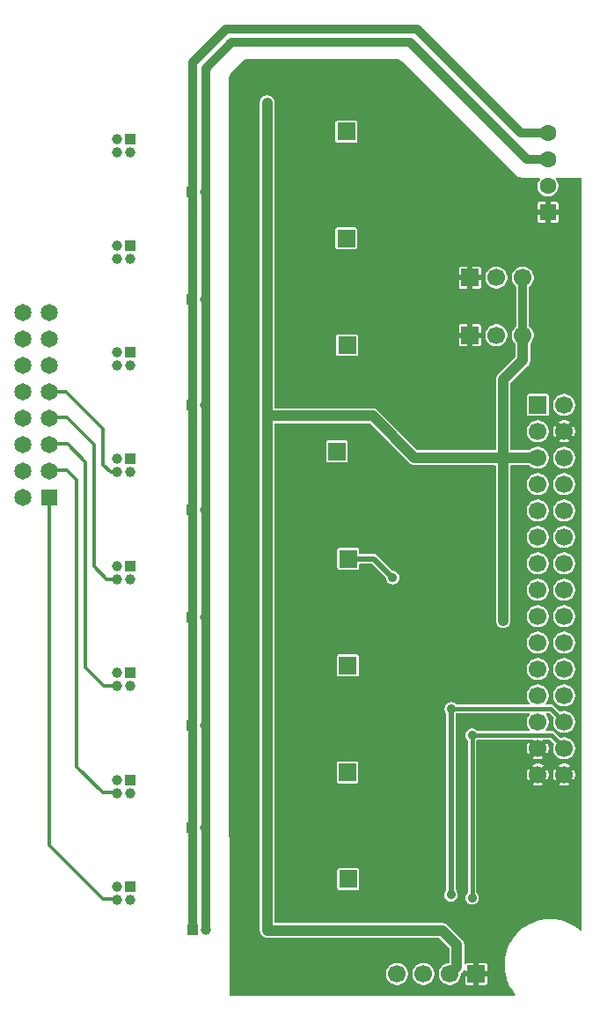
<source format=gbr>
%TF.GenerationSoftware,KiCad,Pcbnew,9.0.2*%
%TF.CreationDate,2025-07-04T16:23:48+10:00*%
%TF.ProjectId,v8a_equip_digital_in_iso_IDC,7638615f-6571-4756-9970-5f6469676974,rev?*%
%TF.SameCoordinates,Original*%
%TF.FileFunction,Copper,L2,Bot*%
%TF.FilePolarity,Positive*%
%FSLAX46Y46*%
G04 Gerber Fmt 4.6, Leading zero omitted, Abs format (unit mm)*
G04 Created by KiCad (PCBNEW 9.0.2) date 2025-07-04 16:23:48*
%MOMM*%
%LPD*%
G01*
G04 APERTURE LIST*
%TA.AperFunction,ComponentPad*%
%ADD10R,1.700000X1.700000*%
%TD*%
%TA.AperFunction,ComponentPad*%
%ADD11C,1.700000*%
%TD*%
%TA.AperFunction,ComponentPad*%
%ADD12R,1.000000X1.000000*%
%TD*%
%TA.AperFunction,ComponentPad*%
%ADD13C,1.000000*%
%TD*%
%TA.AperFunction,ComponentPad*%
%ADD14R,1.600000X1.600000*%
%TD*%
%TA.AperFunction,ComponentPad*%
%ADD15C,1.600000*%
%TD*%
%TA.AperFunction,ComponentPad*%
%ADD16R,1.650000X1.650000*%
%TD*%
%TA.AperFunction,ComponentPad*%
%ADD17C,1.650000*%
%TD*%
%TA.AperFunction,ViaPad*%
%ADD18C,0.889000*%
%TD*%
%TA.AperFunction,Conductor*%
%ADD19C,1.016000*%
%TD*%
%TA.AperFunction,Conductor*%
%ADD20C,0.812800*%
%TD*%
%TA.AperFunction,Conductor*%
%ADD21C,0.508000*%
%TD*%
%TA.AperFunction,Conductor*%
%ADD22C,0.304800*%
%TD*%
%TA.AperFunction,Conductor*%
%ADD23C,0.406400*%
%TD*%
G04 APERTURE END LIST*
D10*
%TO.P,J18,1,Pin_1*%
%TO.N,/P7*%
X36753800Y-83058000D03*
%TD*%
%TO.P,J1,1,Pin_1*%
%TO.N,/P0*%
X36576000Y-11176000D03*
%TD*%
%TO.P,JP1,1,A*%
%TO.N,GND*%
X48463200Y-30759400D03*
D11*
%TO.P,JP1,2,C*%
%TO.N,/A0*%
X51003200Y-30759400D03*
%TO.P,JP1,3,B*%
%TO.N,+3V3*%
X53543200Y-30759400D03*
%TD*%
D10*
%TO.P,J5,1,Pin_1*%
%TO.N,+5V*%
X54991000Y-37465000D03*
D11*
%TO.P,J5,2,Pin_2*%
X57531000Y-37465000D03*
%TO.P,J5,3,Pin_3*%
X54991000Y-40005000D03*
%TO.P,J5,4,Pin_4*%
%TO.N,GND*%
X57531000Y-40005000D03*
%TO.P,J5,5,Pin_5*%
%TO.N,+3V3*%
X54991000Y-42545000D03*
%TO.P,J5,6,Pin_6*%
%TO.N,/GP15*%
X57531000Y-42545000D03*
%TO.P,J5,7,Pin_7*%
%TO.N,/GP16*%
X54991000Y-45085000D03*
%TO.P,J5,8,Pin_8*%
%TO.N,/GP14*%
X57531000Y-45085000D03*
%TO.P,J5,9,Pin_9*%
%TO.N,/GP17*%
X54991000Y-47625000D03*
%TO.P,J5,10,Pin_10*%
%TO.N,/GP13*%
X57531000Y-47625000D03*
%TO.P,J5,11,Pin_11*%
%TO.N,/AN_CS0*%
X54991000Y-50165000D03*
%TO.P,J5,12,Pin_12*%
%TO.N,/GP12*%
X57531000Y-50165000D03*
%TO.P,J5,13,Pin_13*%
%TO.N,/AN_CS1*%
X54991000Y-52705000D03*
%TO.P,J5,14,Pin_14*%
%TO.N,/GP11*%
X57531000Y-52705000D03*
%TO.P,J5,15,Pin_15*%
%TO.N,/AN_CS2*%
X54991000Y-55245000D03*
%TO.P,J5,16,Pin_16*%
%TO.N,/GP10*%
X57531000Y-55245000D03*
%TO.P,J5,17,Pin_17*%
%TO.N,/AN_CS3*%
X54991000Y-57785000D03*
%TO.P,J5,18,Pin_18*%
%TO.N,/GP9*%
X57531000Y-57785000D03*
%TO.P,J5,19,Pin_19*%
%TO.N,/GP3*%
X54991000Y-60325000D03*
%TO.P,J5,20,Pin_20*%
%TO.N,/GP8*%
X57531000Y-60325000D03*
%TO.P,J5,21,Pin_21*%
%TO.N,/GP2*%
X54991000Y-62865000D03*
%TO.P,J5,22,Pin_22*%
%TO.N,/GP7*%
X57531000Y-62865000D03*
%TO.P,J5,23,Pin_23*%
%TO.N,/GP1*%
X54991000Y-65405000D03*
%TO.P,J5,24,Pin_24*%
%TO.N,/GP6*%
X57531000Y-65405000D03*
%TO.P,J5,25,Pin_25*%
%TO.N,/GP0*%
X54991000Y-67945000D03*
%TO.P,J5,26,Pin_26*%
%TO.N,/SCL0*%
X57531000Y-67945000D03*
%TO.P,J5,27,Pin_27*%
%TO.N,GND*%
X54991000Y-70485000D03*
%TO.P,J5,28,Pin_28*%
%TO.N,/SDA0*%
X57531000Y-70485000D03*
%TO.P,J5,29,Pin_29*%
%TO.N,GND*%
X54991000Y-73025000D03*
%TO.P,J5,30,Pin_30*%
X57531000Y-73025000D03*
%TD*%
D10*
%TO.P,J7,1,Pin_1*%
%TO.N,/P1*%
X36550600Y-21444857D03*
%TD*%
D12*
%TO.P,J23,1,Pin_1*%
%TO.N,/VISO+*%
X21717000Y-47523400D03*
D13*
%TO.P,J23,2,Pin_2*%
%TO.N,/VISO-*%
X22987000Y-47523400D03*
%TD*%
D10*
%TO.P,J12,1,Pin_1*%
%TO.N,/P2*%
X36652200Y-31713714D03*
%TD*%
D12*
%TO.P,J17,1,Pin_1*%
%TO.N,/IN7+*%
X15759263Y-83820000D03*
D13*
%TO.P,J17,2,Pin_2*%
%TO.N,/IN7-*%
X15759263Y-85090000D03*
%TO.P,J17,3,Pin_3*%
%TO.N,/IN7+*%
X14489263Y-83820000D03*
%TO.P,J17,4,Pin_4*%
%TO.N,/IN7-*%
X14489263Y-85090000D03*
%TD*%
D12*
%TO.P,J8,1,Pin_1*%
%TO.N,/IN5+*%
X15773400Y-63246000D03*
D13*
%TO.P,J8,2,Pin_2*%
%TO.N,/IN5-*%
X15773400Y-64516000D03*
%TO.P,J8,3,Pin_3*%
%TO.N,/IN5+*%
X14503400Y-63246000D03*
%TO.P,J8,4,Pin_4*%
%TO.N,/IN5-*%
X14503400Y-64516000D03*
%TD*%
D12*
%TO.P,J13,1,Pin_1*%
%TO.N,/IN6+*%
X15748000Y-73507600D03*
D13*
%TO.P,J13,2,Pin_2*%
%TO.N,/IN6-*%
X15748000Y-74777600D03*
%TO.P,J13,3,Pin_3*%
%TO.N,/IN6+*%
X14478000Y-73507600D03*
%TO.P,J13,4,Pin_4*%
%TO.N,/IN6-*%
X14478000Y-74777600D03*
%TD*%
D14*
%TO.P,U9,1,-Vin*%
%TO.N,GND*%
X55956200Y-18948400D03*
D15*
%TO.P,U9,2,+Vin*%
%TO.N,+5V*%
X55956200Y-16408400D03*
%TO.P,U9,3,-Vout*%
%TO.N,/VISO-*%
X55956200Y-13868400D03*
%TO.P,U9,4,+Vout*%
%TO.N,/VISO+*%
X55956200Y-11328400D03*
%TD*%
D12*
%TO.P,J3,1,Pin_1*%
%TO.N,/IN4+*%
X15748000Y-52984400D03*
D13*
%TO.P,J3,2,Pin_2*%
%TO.N,/IN4-*%
X15748000Y-54254400D03*
%TO.P,J3,3,Pin_3*%
%TO.N,/IN4+*%
X14478000Y-52984400D03*
%TO.P,J3,4,Pin_4*%
%TO.N,/IN4-*%
X14478000Y-54254400D03*
%TD*%
D10*
%TO.P,JP2,1,A*%
%TO.N,GND*%
X48463200Y-25222200D03*
D11*
%TO.P,JP2,2,C*%
%TO.N,/A1*%
X51003200Y-25222200D03*
%TO.P,JP2,3,B*%
%TO.N,+3V3*%
X53543200Y-25222200D03*
%TD*%
D12*
%TO.P,J20,1,Pin_1*%
%TO.N,/VISO+*%
X21717000Y-27279600D03*
D13*
%TO.P,J20,2,Pin_2*%
%TO.N,/VISO-*%
X22987000Y-27279600D03*
%TD*%
D12*
%TO.P,J6,1,Pin_1*%
%TO.N,/IN1+*%
X15759263Y-22132982D03*
D13*
%TO.P,J6,2,Pin_2*%
%TO.N,/IN1-*%
X15759263Y-23402982D03*
%TO.P,J6,3,Pin_3*%
%TO.N,/IN1+*%
X14489263Y-22132982D03*
%TO.P,J6,4,Pin_4*%
%TO.N,/IN1-*%
X14489263Y-23402982D03*
%TD*%
D10*
%TO.P,CON1,1,Pin_1*%
%TO.N,GND*%
X49072800Y-92176600D03*
D11*
%TO.P,CON1,2,Pin_2*%
%TO.N,+3V3*%
X46532800Y-92176600D03*
%TO.P,CON1,3,Pin_3*%
%TO.N,/SDA0*%
X43992800Y-92176600D03*
%TO.P,CON1,4,Pin_4*%
%TO.N,/SCL0*%
X41452800Y-92176600D03*
%TD*%
D10*
%TO.P,J16,1,Pin_1*%
%TO.N,/P3*%
X35661600Y-41935400D03*
%TD*%
D12*
%TO.P,J15,1,Pin_1*%
%TO.N,/IN3+*%
X15759263Y-42663439D03*
D13*
%TO.P,J15,2,Pin_2*%
%TO.N,/IN3-*%
X15759263Y-43933439D03*
%TO.P,J15,3,Pin_3*%
%TO.N,/IN3+*%
X14489263Y-42663439D03*
%TO.P,J15,4,Pin_4*%
%TO.N,/IN3-*%
X14489263Y-43933439D03*
%TD*%
D10*
%TO.P,J9,1,Pin_1*%
%TO.N,/P5*%
X36703000Y-62520286D03*
%TD*%
%TO.P,J14,1,Pin_1*%
%TO.N,/P6*%
X36677600Y-72789143D03*
%TD*%
D12*
%TO.P,J22,1,Pin_1*%
%TO.N,/VISO+*%
X21717000Y-57861200D03*
D13*
%TO.P,J22,2,Pin_2*%
%TO.N,/VISO-*%
X22987000Y-57861200D03*
%TD*%
D12*
%TO.P,J2,1,Pin_1*%
%TO.N,/IN0+*%
X15759263Y-11867753D03*
D13*
%TO.P,J2,2,Pin_2*%
%TO.N,/IN0-*%
X15759263Y-13137753D03*
%TO.P,J2,3,Pin_3*%
%TO.N,/IN0+*%
X14489263Y-11867753D03*
%TO.P,J2,4,Pin_4*%
%TO.N,/IN0-*%
X14489263Y-13137753D03*
%TD*%
D16*
%TO.P,J10,1,Pin_1*%
%TO.N,/IN7-*%
X7975600Y-46355000D03*
D17*
%TO.P,J10,2,Pin_2*%
%TO.N,/IN7+*%
X5435600Y-46355000D03*
%TO.P,J10,3,Pin_3*%
%TO.N,/IN6-*%
X7975600Y-43815000D03*
%TO.P,J10,4,Pin_4*%
%TO.N,/IN6+*%
X5435600Y-43815000D03*
%TO.P,J10,5,Pin_5*%
%TO.N,/IN5-*%
X7975600Y-41275000D03*
%TO.P,J10,6,Pin_6*%
%TO.N,/IN5+*%
X5435600Y-41275000D03*
%TO.P,J10,7,Pin_7*%
%TO.N,/IN4-*%
X7975600Y-38735000D03*
%TO.P,J10,8,Pin_8*%
%TO.N,/IN4+*%
X5435600Y-38735000D03*
%TO.P,J10,9,Pin_9*%
%TO.N,/IN3-*%
X7975600Y-36195000D03*
%TO.P,J10,10,Pin_10*%
%TO.N,/IN3+*%
X5435600Y-36195000D03*
%TO.P,J10,11,Pin_11*%
%TO.N,/IN2-*%
X7975600Y-33655000D03*
%TO.P,J10,12,Pin_12*%
%TO.N,/IN2+*%
X5435600Y-33655000D03*
%TO.P,J10,13,Pin_13*%
%TO.N,/IN1-*%
X7975600Y-31115000D03*
%TO.P,J10,14,Pin_14*%
%TO.N,/IN1+*%
X5435600Y-31115000D03*
%TO.P,J10,15,Pin_15*%
%TO.N,/IN0-*%
X7975600Y-28575000D03*
%TO.P,J10,16,Pin_16*%
%TO.N,/IN0+*%
X5435600Y-28575000D03*
%TD*%
D12*
%TO.P,J24,1,Pin_1*%
%TO.N,/VISO+*%
X21742400Y-87909400D03*
D13*
%TO.P,J24,2,Pin_2*%
%TO.N,/VISO-*%
X23012400Y-87909400D03*
%TD*%
D12*
%TO.P,J19,1,Pin_1*%
%TO.N,/VISO+*%
X21717000Y-37490400D03*
D13*
%TO.P,J19,2,Pin_2*%
%TO.N,/VISO-*%
X22987000Y-37490400D03*
%TD*%
D12*
%TO.P,J26,1,Pin_1*%
%TO.N,/VISO+*%
X21717000Y-16992600D03*
D13*
%TO.P,J26,2,Pin_2*%
%TO.N,/VISO-*%
X22987000Y-16992600D03*
%TD*%
D12*
%TO.P,J25,1,Pin_1*%
%TO.N,/VISO+*%
X21717000Y-78130400D03*
D13*
%TO.P,J25,2,Pin_2*%
%TO.N,/VISO-*%
X22987000Y-78130400D03*
%TD*%
D10*
%TO.P,J4,1,Pin_1*%
%TO.N,/P4*%
X36753800Y-52251429D03*
%TD*%
D12*
%TO.P,J21,1,Pin_1*%
%TO.N,/VISO+*%
X21717000Y-68300600D03*
D13*
%TO.P,J21,2,Pin_2*%
%TO.N,/VISO-*%
X22987000Y-68300600D03*
%TD*%
D12*
%TO.P,J11,1,Pin_1*%
%TO.N,/IN2+*%
X15759263Y-32398210D03*
D13*
%TO.P,J11,2,Pin_2*%
%TO.N,/IN2-*%
X15759263Y-33668210D03*
%TO.P,J11,3,Pin_3*%
%TO.N,/IN2+*%
X14489263Y-32398210D03*
%TO.P,J11,4,Pin_4*%
%TO.N,/IN2-*%
X14489263Y-33668210D03*
%TD*%
D18*
%TO.N,GND*%
X40462200Y-5740400D03*
X32334200Y-74726800D03*
X45542200Y-52628800D03*
X26644600Y-48056800D03*
X32588200Y-54305200D03*
X26219210Y-73177400D03*
X33883600Y-89992200D03*
X47345600Y-45491400D03*
X32156400Y-65582800D03*
X39649400Y-45567600D03*
X50038000Y-64871600D03*
X32232600Y-34848800D03*
X26517600Y-8356600D03*
X33909000Y-5867400D03*
X31419800Y-14909800D03*
X32334200Y-24155400D03*
X53187600Y-85902800D03*
X32334200Y-44551600D03*
%TO.N,+3V3*%
X28956000Y-69799200D03*
X28956000Y-28727400D03*
X28956000Y-59512200D03*
X28956000Y-79883000D03*
X28956000Y-38506400D03*
X28905200Y-49098200D03*
X28956000Y-8407400D03*
X29006800Y-88011000D03*
X51663600Y-58216800D03*
X28956000Y-18669000D03*
%TO.N,/P4*%
X41021000Y-54076600D03*
%TO.N,/SDA0*%
X48666400Y-84861400D03*
X48666400Y-69215000D03*
%TO.N,/SCL0*%
X46634400Y-84582000D03*
X46659800Y-66675000D03*
%TD*%
D19*
%TO.N,+3V3*%
X43129200Y-42545000D02*
X54991000Y-42545000D01*
X47193200Y-91516200D02*
X46532800Y-92176600D01*
X29006800Y-88011000D02*
X45821600Y-88011000D01*
D20*
X53543200Y-25222200D02*
X53543200Y-30759400D01*
D19*
X39090600Y-38506400D02*
X43129200Y-42545000D01*
X53543200Y-33172400D02*
X53543200Y-30759400D01*
X28956000Y-87960200D02*
X29006800Y-88011000D01*
X51663600Y-35052000D02*
X53543200Y-33172400D01*
X45821600Y-88011000D02*
X47193200Y-89382600D01*
X51663600Y-58216800D02*
X51663600Y-35052000D01*
X28956000Y-79883000D02*
X28956000Y-46939200D01*
X28956000Y-46939200D02*
X28956000Y-8407400D01*
X47193200Y-89382600D02*
X47193200Y-91516200D01*
X28956000Y-38506400D02*
X39090600Y-38506400D01*
X28956000Y-79883000D02*
X28956000Y-87960200D01*
D21*
%TO.N,/P4*%
X39221229Y-52251429D02*
X36753800Y-52251429D01*
X41021000Y-54076600D02*
X41021000Y-54051200D01*
X41021000Y-54051200D02*
X39221229Y-52251429D01*
D22*
%TO.N,/IN4-*%
X14478000Y-54226298D02*
X14469816Y-54218114D01*
X13501914Y-54218114D02*
X12268200Y-52984400D01*
X12268200Y-41300400D02*
X9652000Y-38684200D01*
X14478000Y-54254400D02*
X14478000Y-54226298D01*
X14469816Y-54218114D02*
X13501914Y-54218114D01*
X9652000Y-38684200D02*
X8026400Y-38684200D01*
X12268200Y-52984400D02*
X12268200Y-41300400D01*
%TO.N,/IN5-*%
X14503400Y-64516000D02*
X14470743Y-64483343D01*
X14470743Y-64483343D02*
X13226143Y-64483343D01*
X11480800Y-42976800D02*
X9728200Y-41224200D01*
X13226143Y-64483343D02*
X11480800Y-62738000D01*
X9728200Y-41224200D02*
X8026400Y-41224200D01*
X11480800Y-62738000D02*
X11480800Y-42976800D01*
%TO.N,/IN6-*%
X14478000Y-74756755D02*
X14469816Y-74748571D01*
X14478000Y-74777600D02*
X14478000Y-74756755D01*
X10591800Y-44653200D02*
X9702800Y-43764200D01*
X9702800Y-43764200D02*
X8026400Y-43764200D01*
X13102771Y-74748571D02*
X10591800Y-72237600D01*
X10591800Y-72237600D02*
X10591800Y-44653200D01*
X14469816Y-74748571D02*
X13102771Y-74748571D01*
%TO.N,/IN3-*%
X13157200Y-43230800D02*
X13157200Y-39801800D01*
X9550400Y-36195000D02*
X7975600Y-36195000D01*
X13157200Y-39801800D02*
X9550400Y-36195000D01*
X14489263Y-43933439D02*
X13859839Y-43933439D01*
X13859839Y-43933439D02*
X13157200Y-43230800D01*
%TO.N,/IN7-*%
X14489263Y-85090000D02*
X14489263Y-85033247D01*
X14489263Y-85033247D02*
X14469816Y-85013800D01*
X13157200Y-85013800D02*
X7975600Y-79832200D01*
X14469816Y-85013800D02*
X13157200Y-85013800D01*
X7975600Y-79832200D02*
X7975600Y-46355000D01*
D23*
%TO.N,/SDA0*%
X48666400Y-69215000D02*
X56286400Y-69215000D01*
X48666400Y-69215000D02*
X48666400Y-84861400D01*
X56286400Y-69215000D02*
X56819800Y-69748400D01*
X56819800Y-69748400D02*
X56819800Y-69773800D01*
X56819800Y-69773800D02*
X57531000Y-70485000D01*
D21*
%TO.N,/SCL0*%
X46659800Y-66675000D02*
X46634400Y-66700400D01*
D23*
X46659800Y-66675000D02*
X56267400Y-66675000D01*
D21*
X46634400Y-66700400D02*
X46634400Y-84582000D01*
D23*
X56267400Y-66675000D02*
X57540000Y-67947600D01*
D20*
%TO.N,/VISO-*%
X25527000Y-2616200D02*
X23012400Y-5130800D01*
X42672000Y-2616200D02*
X25527000Y-2616200D01*
X23012400Y-5130800D02*
X23012400Y-87909400D01*
X55956200Y-13868400D02*
X53924200Y-13868400D01*
X53924200Y-13868400D02*
X42672000Y-2616200D01*
%TO.N,/VISO+*%
X21742400Y-4546600D02*
X21742400Y-87909400D01*
X43332400Y-1295400D02*
X24993600Y-1295400D01*
X24993600Y-1295400D02*
X21742400Y-4546600D01*
X55956200Y-11328400D02*
X53365400Y-11328400D01*
X53365400Y-11328400D02*
X43332400Y-1295400D01*
%TD*%
%TA.AperFunction,Conductor*%
%TO.N,GND*%
G36*
X41347239Y-4165037D02*
G01*
X41524280Y-4188256D01*
X41549575Y-4195009D01*
X41708493Y-4260595D01*
X41731187Y-4273648D01*
X41873061Y-4382044D01*
X41882945Y-4390671D01*
X52938166Y-15391279D01*
X53096124Y-15511894D01*
X53279900Y-15587560D01*
X53476992Y-15613130D01*
X53476994Y-15613129D01*
X53476995Y-15613130D01*
X53486470Y-15613113D01*
X55093967Y-15610272D01*
X55153130Y-15629380D01*
X55189764Y-15679616D01*
X55189874Y-15741790D01*
X55177789Y-15766762D01*
X55066731Y-15932973D01*
X54991072Y-16115629D01*
X54952500Y-16309544D01*
X54952500Y-16507255D01*
X54991072Y-16701170D01*
X55066731Y-16883826D01*
X55066733Y-16883830D01*
X55122026Y-16966581D01*
X55176574Y-17048219D01*
X55176576Y-17048221D01*
X55316379Y-17188024D01*
X55480770Y-17297867D01*
X55572101Y-17335697D01*
X55663429Y-17373527D01*
X55663430Y-17373527D01*
X55663432Y-17373528D01*
X55857344Y-17412100D01*
X55857345Y-17412100D01*
X56055055Y-17412100D01*
X56055056Y-17412100D01*
X56248968Y-17373528D01*
X56431630Y-17297867D01*
X56596021Y-17188024D01*
X56735824Y-17048221D01*
X56845667Y-16883830D01*
X56921328Y-16701168D01*
X56959900Y-16507256D01*
X56959900Y-16309544D01*
X56921328Y-16115632D01*
X56845667Y-15932970D01*
X56735824Y-15768579D01*
X56733078Y-15764469D01*
X56735017Y-15763173D01*
X56715681Y-15713711D01*
X56731404Y-15653557D01*
X56779481Y-15614134D01*
X56815924Y-15607230D01*
X59136723Y-15603129D01*
X59195887Y-15622238D01*
X59232521Y-15672473D01*
X59237500Y-15703729D01*
X59237500Y-87905829D01*
X59218287Y-87964960D01*
X59167987Y-88001505D01*
X59105813Y-88001505D01*
X59072236Y-87982893D01*
X58858325Y-87803400D01*
X58805837Y-87766648D01*
X58544480Y-87583644D01*
X58498886Y-87557320D01*
X58212684Y-87392081D01*
X58212680Y-87392079D01*
X57865446Y-87230161D01*
X57865439Y-87230158D01*
X57865436Y-87230157D01*
X57505428Y-87099125D01*
X57505416Y-87099121D01*
X57135354Y-86999964D01*
X57135355Y-86999964D01*
X57135347Y-86999962D01*
X56758037Y-86933432D01*
X56758034Y-86933431D01*
X56758030Y-86933431D01*
X56376380Y-86900040D01*
X56376365Y-86900040D01*
X55993235Y-86900040D01*
X55993219Y-86900040D01*
X55611569Y-86933431D01*
X55611563Y-86933431D01*
X55611563Y-86933432D01*
X55234253Y-86999962D01*
X55234246Y-86999963D01*
X55234245Y-86999964D01*
X54864183Y-87099121D01*
X54864171Y-87099125D01*
X54504163Y-87230157D01*
X54504152Y-87230162D01*
X54156915Y-87392081D01*
X53825124Y-87583641D01*
X53511280Y-87803396D01*
X53217780Y-88049672D01*
X52946872Y-88320580D01*
X52700596Y-88614080D01*
X52480841Y-88927924D01*
X52289281Y-89259715D01*
X52127362Y-89606952D01*
X52127357Y-89606963D01*
X51996325Y-89966971D01*
X51996321Y-89966983D01*
X51897164Y-90337045D01*
X51897162Y-90337053D01*
X51830632Y-90714363D01*
X51830631Y-90714369D01*
X51797240Y-91096019D01*
X51797240Y-91479180D01*
X51826655Y-91815380D01*
X51830632Y-91860837D01*
X51897162Y-92238147D01*
X51897164Y-92238154D01*
X51996321Y-92608216D01*
X51996325Y-92608228D01*
X52021210Y-92676600D01*
X52127361Y-92968246D01*
X52289279Y-93315480D01*
X52480844Y-93647280D01*
X52700598Y-93961122D01*
X52800211Y-94079837D01*
X52823502Y-94137482D01*
X52808461Y-94197810D01*
X52760833Y-94237775D01*
X52723147Y-94245100D01*
X25399000Y-94245100D01*
X25339869Y-94225887D01*
X25303324Y-94175587D01*
X25298400Y-94144500D01*
X25298400Y-92072820D01*
X40399100Y-92072820D01*
X40399100Y-92280379D01*
X40439592Y-92483951D01*
X40519022Y-92675710D01*
X40519026Y-92675718D01*
X40634336Y-92848292D01*
X40781107Y-92995063D01*
X40953681Y-93110373D01*
X40953683Y-93110374D01*
X40953686Y-93110376D01*
X41145447Y-93189807D01*
X41349020Y-93230300D01*
X41349021Y-93230300D01*
X41556579Y-93230300D01*
X41556580Y-93230300D01*
X41760153Y-93189807D01*
X41951914Y-93110376D01*
X42124494Y-92995062D01*
X42271262Y-92848294D01*
X42386576Y-92675714D01*
X42466007Y-92483953D01*
X42506500Y-92280380D01*
X42506500Y-92072820D01*
X42939100Y-92072820D01*
X42939100Y-92280379D01*
X42979592Y-92483951D01*
X43059022Y-92675710D01*
X43059026Y-92675718D01*
X43174336Y-92848292D01*
X43321107Y-92995063D01*
X43493681Y-93110373D01*
X43493683Y-93110374D01*
X43493686Y-93110376D01*
X43685447Y-93189807D01*
X43889020Y-93230300D01*
X43889021Y-93230300D01*
X44096579Y-93230300D01*
X44096580Y-93230300D01*
X44300153Y-93189807D01*
X44491914Y-93110376D01*
X44664494Y-92995062D01*
X44811262Y-92848294D01*
X44926576Y-92675714D01*
X45006007Y-92483953D01*
X45046500Y-92280380D01*
X45046500Y-92072820D01*
X45006007Y-91869247D01*
X44926576Y-91677486D01*
X44811262Y-91504906D01*
X44664494Y-91358138D01*
X44664492Y-91358136D01*
X44491918Y-91242826D01*
X44491910Y-91242822D01*
X44426112Y-91215567D01*
X44300153Y-91163393D01*
X44300149Y-91163392D01*
X44300152Y-91163392D01*
X44110033Y-91125576D01*
X44096580Y-91122900D01*
X43889020Y-91122900D01*
X43875567Y-91125576D01*
X43685448Y-91163392D01*
X43493689Y-91242822D01*
X43493681Y-91242826D01*
X43321107Y-91358136D01*
X43321106Y-91358138D01*
X43174338Y-91504906D01*
X43174336Y-91504907D01*
X43059026Y-91677481D01*
X43059022Y-91677489D01*
X42979592Y-91869248D01*
X42939100Y-92072820D01*
X42506500Y-92072820D01*
X42466007Y-91869247D01*
X42386576Y-91677486D01*
X42271262Y-91504906D01*
X42124494Y-91358138D01*
X42124492Y-91358136D01*
X41951918Y-91242826D01*
X41951910Y-91242822D01*
X41886112Y-91215567D01*
X41760153Y-91163393D01*
X41760149Y-91163392D01*
X41760152Y-91163392D01*
X41570033Y-91125576D01*
X41556580Y-91122900D01*
X41349020Y-91122900D01*
X41335567Y-91125576D01*
X41145448Y-91163392D01*
X40953689Y-91242822D01*
X40953681Y-91242826D01*
X40781107Y-91358136D01*
X40781106Y-91358138D01*
X40634338Y-91504906D01*
X40634336Y-91504907D01*
X40519026Y-91677481D01*
X40519022Y-91677489D01*
X40439592Y-91869248D01*
X40399100Y-92072820D01*
X25298400Y-92072820D01*
X25298400Y-87885961D01*
X28244299Y-87885961D01*
X28244299Y-87890104D01*
X28244299Y-88030296D01*
X28271649Y-88167795D01*
X28292691Y-88218592D01*
X28292691Y-88218594D01*
X28325298Y-88297315D01*
X28325299Y-88297317D01*
X28403186Y-88413883D01*
X28453986Y-88464683D01*
X28553117Y-88563814D01*
X28669683Y-88641701D01*
X28696508Y-88652811D01*
X28734445Y-88668526D01*
X28734446Y-88668526D01*
X28799205Y-88695351D01*
X28936704Y-88722701D01*
X28936705Y-88722701D01*
X29081855Y-88722701D01*
X29081875Y-88722700D01*
X45485134Y-88722700D01*
X45544265Y-88741913D01*
X45556269Y-88752165D01*
X46452035Y-89647931D01*
X46480261Y-89703329D01*
X46481500Y-89719066D01*
X46481500Y-91029900D01*
X46462287Y-91089031D01*
X46411987Y-91125576D01*
X46400526Y-91128567D01*
X46225449Y-91163392D01*
X46033689Y-91242822D01*
X46033681Y-91242826D01*
X45861107Y-91358136D01*
X45861106Y-91358138D01*
X45714338Y-91504906D01*
X45714336Y-91504907D01*
X45599026Y-91677481D01*
X45599022Y-91677489D01*
X45519592Y-91869248D01*
X45479100Y-92072820D01*
X45479100Y-92280379D01*
X45519592Y-92483951D01*
X45599022Y-92675710D01*
X45599026Y-92675718D01*
X45714336Y-92848292D01*
X45861107Y-92995063D01*
X46033681Y-93110373D01*
X46033683Y-93110374D01*
X46033686Y-93110376D01*
X46225447Y-93189807D01*
X46429020Y-93230300D01*
X46429021Y-93230300D01*
X46636579Y-93230300D01*
X46636580Y-93230300D01*
X46840153Y-93189807D01*
X47031914Y-93110376D01*
X47204494Y-92995062D01*
X47351262Y-92848294D01*
X47466576Y-92675714D01*
X47546007Y-92483953D01*
X47586500Y-92280380D01*
X47586500Y-92171065D01*
X47589007Y-92163346D01*
X47587738Y-92155330D01*
X47598433Y-92134338D01*
X47605713Y-92111934D01*
X47615961Y-92099934D01*
X47641147Y-92074747D01*
X47641153Y-92074743D01*
X47646881Y-92069015D01*
X47646883Y-92069014D01*
X47746014Y-91969883D01*
X47823901Y-91853317D01*
X47826056Y-91848113D01*
X47866431Y-91800835D01*
X47926887Y-91786317D01*
X47984330Y-91810106D01*
X48016819Y-91863116D01*
X48019600Y-91886607D01*
X48019600Y-91926600D01*
X48639788Y-91926600D01*
X48606875Y-91983607D01*
X48572800Y-92110774D01*
X48572800Y-92242426D01*
X48606875Y-92369593D01*
X48639788Y-92426600D01*
X48019600Y-92426600D01*
X48019600Y-93046613D01*
X48031389Y-93105884D01*
X48076300Y-93173098D01*
X48076301Y-93173099D01*
X48143515Y-93218010D01*
X48202787Y-93229800D01*
X48822800Y-93229800D01*
X48822800Y-92609612D01*
X48879807Y-92642525D01*
X49006974Y-92676600D01*
X49138626Y-92676600D01*
X49265793Y-92642525D01*
X49322800Y-92609612D01*
X49322800Y-93229800D01*
X49942813Y-93229800D01*
X50002084Y-93218010D01*
X50069298Y-93173099D01*
X50069299Y-93173098D01*
X50114210Y-93105884D01*
X50126000Y-93046613D01*
X50126000Y-92426600D01*
X49505812Y-92426600D01*
X49538725Y-92369593D01*
X49572800Y-92242426D01*
X49572800Y-92110774D01*
X49538725Y-91983607D01*
X49505812Y-91926600D01*
X50126000Y-91926600D01*
X50126000Y-91306586D01*
X50114210Y-91247315D01*
X50069299Y-91180101D01*
X50069298Y-91180100D01*
X50002084Y-91135189D01*
X49942813Y-91123400D01*
X49322800Y-91123400D01*
X49322800Y-91743588D01*
X49265793Y-91710675D01*
X49138626Y-91676600D01*
X49006974Y-91676600D01*
X48879807Y-91710675D01*
X48822800Y-91743588D01*
X48822800Y-91123400D01*
X48202787Y-91123400D01*
X48143515Y-91135189D01*
X48068062Y-91185606D01*
X48067328Y-91184508D01*
X48021237Y-91207993D01*
X47959829Y-91198267D01*
X47915865Y-91154303D01*
X47904900Y-91108632D01*
X47904900Y-89457675D01*
X47904901Y-89457654D01*
X47904901Y-89312504D01*
X47894400Y-89259715D01*
X47877550Y-89175005D01*
X47823901Y-89045483D01*
X47746014Y-88928917D01*
X47646883Y-88829786D01*
X47646879Y-88829783D01*
X46377931Y-87560835D01*
X46377927Y-87560830D01*
X46275284Y-87458187D01*
X46158716Y-87380298D01*
X46158713Y-87380297D01*
X46093956Y-87353474D01*
X46029195Y-87326649D01*
X45891696Y-87299299D01*
X45751504Y-87299299D01*
X45746545Y-87299299D01*
X45746525Y-87299300D01*
X29768300Y-87299300D01*
X29709169Y-87280087D01*
X29672624Y-87229787D01*
X29667700Y-87198700D01*
X29667700Y-84518158D01*
X45986200Y-84518158D01*
X45986200Y-84645841D01*
X46011110Y-84771075D01*
X46059970Y-84889033D01*
X46059975Y-84889042D01*
X46130908Y-84995201D01*
X46221198Y-85085491D01*
X46327357Y-85156424D01*
X46327366Y-85156429D01*
X46445324Y-85205289D01*
X46445325Y-85205289D01*
X46445327Y-85205290D01*
X46570558Y-85230200D01*
X46570559Y-85230200D01*
X46698241Y-85230200D01*
X46698242Y-85230200D01*
X46823473Y-85205290D01*
X46941438Y-85156427D01*
X47047603Y-85085490D01*
X47137890Y-84995203D01*
X47208827Y-84889038D01*
X47257690Y-84771073D01*
X47282600Y-84645842D01*
X47282600Y-84518158D01*
X47257690Y-84392927D01*
X47257689Y-84392924D01*
X47208829Y-84274966D01*
X47208824Y-84274957D01*
X47137891Y-84168798D01*
X47121565Y-84152472D01*
X47093339Y-84097074D01*
X47092100Y-84081337D01*
X47092100Y-67201063D01*
X47094608Y-67193342D01*
X47093339Y-67185326D01*
X47104033Y-67164337D01*
X47111313Y-67141932D01*
X47121565Y-67129928D01*
X47140128Y-67111365D01*
X47195526Y-67083139D01*
X47211263Y-67081900D01*
X54121074Y-67081900D01*
X54180205Y-67101113D01*
X54216750Y-67151413D01*
X54216750Y-67213587D01*
X54192209Y-67253635D01*
X54172538Y-67273306D01*
X54172536Y-67273307D01*
X54057226Y-67445881D01*
X54057222Y-67445889D01*
X53977792Y-67637648D01*
X53937300Y-67841220D01*
X53937300Y-68048779D01*
X53977792Y-68252351D01*
X54057222Y-68444110D01*
X54057226Y-68444118D01*
X54172536Y-68616692D01*
X54192209Y-68636365D01*
X54220435Y-68691763D01*
X54210709Y-68753171D01*
X54166745Y-68797135D01*
X54121074Y-68808100D01*
X49217863Y-68808100D01*
X49158732Y-68788887D01*
X49146728Y-68778635D01*
X49079601Y-68711508D01*
X48973442Y-68640575D01*
X48973433Y-68640570D01*
X48855475Y-68591710D01*
X48771985Y-68575103D01*
X48730242Y-68566800D01*
X48602558Y-68566800D01*
X48571250Y-68573027D01*
X48477324Y-68591710D01*
X48359366Y-68640570D01*
X48359357Y-68640575D01*
X48253198Y-68711508D01*
X48253197Y-68711510D01*
X48162910Y-68801797D01*
X48162908Y-68801798D01*
X48091975Y-68907957D01*
X48091970Y-68907966D01*
X48043110Y-69025924D01*
X48018200Y-69151158D01*
X48018200Y-69278841D01*
X48043110Y-69404075D01*
X48091970Y-69522033D01*
X48091975Y-69522042D01*
X48162908Y-69628201D01*
X48230035Y-69695328D01*
X48258261Y-69750726D01*
X48259500Y-69766463D01*
X48259500Y-84309937D01*
X48240287Y-84369068D01*
X48230035Y-84381072D01*
X48162910Y-84448197D01*
X48162908Y-84448198D01*
X48091975Y-84554357D01*
X48091970Y-84554366D01*
X48043110Y-84672324D01*
X48018200Y-84797558D01*
X48018200Y-84925241D01*
X48043110Y-85050475D01*
X48091970Y-85168433D01*
X48091975Y-85168442D01*
X48162908Y-85274601D01*
X48253198Y-85364891D01*
X48359357Y-85435824D01*
X48359366Y-85435829D01*
X48477324Y-85484689D01*
X48477325Y-85484689D01*
X48477327Y-85484690D01*
X48602558Y-85509600D01*
X48602559Y-85509600D01*
X48730241Y-85509600D01*
X48730242Y-85509600D01*
X48855473Y-85484690D01*
X48973438Y-85435827D01*
X49079603Y-85364890D01*
X49169890Y-85274603D01*
X49240827Y-85168438D01*
X49289690Y-85050473D01*
X49314600Y-84925242D01*
X49314600Y-84797558D01*
X49289690Y-84672327D01*
X49289689Y-84672324D01*
X49240829Y-84554366D01*
X49240824Y-84554357D01*
X49169891Y-84448198D01*
X49102765Y-84381072D01*
X49074539Y-84325674D01*
X49073300Y-84309937D01*
X49073300Y-72921269D01*
X53937800Y-72921269D01*
X53937800Y-73128730D01*
X53978274Y-73332209D01*
X54057664Y-73523873D01*
X54057668Y-73523881D01*
X54090070Y-73572374D01*
X54090071Y-73572374D01*
X54508037Y-73154408D01*
X54525075Y-73217993D01*
X54590901Y-73332007D01*
X54683993Y-73425099D01*
X54798007Y-73490925D01*
X54861590Y-73507962D01*
X54443624Y-73925927D01*
X54443624Y-73925928D01*
X54492118Y-73958331D01*
X54492126Y-73958335D01*
X54683790Y-74037725D01*
X54887270Y-74078200D01*
X55094730Y-74078200D01*
X55298209Y-74037725D01*
X55489870Y-73958337D01*
X55489883Y-73958329D01*
X55538374Y-73925928D01*
X55538374Y-73925927D01*
X55120409Y-73507962D01*
X55183993Y-73490925D01*
X55298007Y-73425099D01*
X55391099Y-73332007D01*
X55456925Y-73217993D01*
X55473962Y-73154409D01*
X55891927Y-73572374D01*
X55891928Y-73572374D01*
X55924329Y-73523883D01*
X55924337Y-73523870D01*
X56003725Y-73332209D01*
X56044200Y-73128730D01*
X56044200Y-72921269D01*
X56477800Y-72921269D01*
X56477800Y-73128730D01*
X56518274Y-73332209D01*
X56597664Y-73523873D01*
X56597668Y-73523881D01*
X56630070Y-73572374D01*
X56630071Y-73572374D01*
X57048037Y-73154408D01*
X57065075Y-73217993D01*
X57130901Y-73332007D01*
X57223993Y-73425099D01*
X57338007Y-73490925D01*
X57401590Y-73507962D01*
X56983624Y-73925927D01*
X56983624Y-73925928D01*
X57032118Y-73958331D01*
X57032126Y-73958335D01*
X57223790Y-74037725D01*
X57427270Y-74078200D01*
X57634730Y-74078200D01*
X57838209Y-74037725D01*
X58029870Y-73958337D01*
X58029883Y-73958329D01*
X58078374Y-73925928D01*
X58078374Y-73925927D01*
X57660409Y-73507962D01*
X57723993Y-73490925D01*
X57838007Y-73425099D01*
X57931099Y-73332007D01*
X57996925Y-73217993D01*
X58013962Y-73154409D01*
X58431927Y-73572374D01*
X58431928Y-73572374D01*
X58464329Y-73523883D01*
X58464337Y-73523870D01*
X58543725Y-73332209D01*
X58584200Y-73128730D01*
X58584200Y-72921269D01*
X58543725Y-72717790D01*
X58464335Y-72526126D01*
X58464331Y-72526118D01*
X58431928Y-72477624D01*
X58431927Y-72477624D01*
X58013962Y-72895589D01*
X57996925Y-72832007D01*
X57931099Y-72717993D01*
X57838007Y-72624901D01*
X57723993Y-72559075D01*
X57660407Y-72542037D01*
X58078374Y-72124071D01*
X58078374Y-72124070D01*
X58029881Y-72091668D01*
X58029873Y-72091664D01*
X57838209Y-72012274D01*
X57634730Y-71971800D01*
X57427270Y-71971800D01*
X57223790Y-72012274D01*
X57032127Y-72091664D01*
X57032121Y-72091667D01*
X56983624Y-72124071D01*
X57401590Y-72542037D01*
X57338007Y-72559075D01*
X57223993Y-72624901D01*
X57130901Y-72717993D01*
X57065075Y-72832007D01*
X57048037Y-72895590D01*
X56630071Y-72477624D01*
X56597667Y-72526121D01*
X56597664Y-72526127D01*
X56518274Y-72717790D01*
X56477800Y-72921269D01*
X56044200Y-72921269D01*
X56003725Y-72717790D01*
X55924335Y-72526126D01*
X55924331Y-72526118D01*
X55891928Y-72477624D01*
X55891927Y-72477624D01*
X55473962Y-72895589D01*
X55456925Y-72832007D01*
X55391099Y-72717993D01*
X55298007Y-72624901D01*
X55183993Y-72559075D01*
X55120407Y-72542037D01*
X55538374Y-72124071D01*
X55538374Y-72124070D01*
X55489881Y-72091668D01*
X55489873Y-72091664D01*
X55298209Y-72012274D01*
X55094730Y-71971800D01*
X54887270Y-71971800D01*
X54683790Y-72012274D01*
X54492127Y-72091664D01*
X54492121Y-72091667D01*
X54443624Y-72124071D01*
X54861590Y-72542037D01*
X54798007Y-72559075D01*
X54683993Y-72624901D01*
X54590901Y-72717993D01*
X54525075Y-72832007D01*
X54508037Y-72895590D01*
X54090071Y-72477624D01*
X54057667Y-72526121D01*
X54057664Y-72526127D01*
X53978274Y-72717790D01*
X53937800Y-72921269D01*
X49073300Y-72921269D01*
X49073300Y-69766463D01*
X49075808Y-69758742D01*
X49074539Y-69750726D01*
X49085233Y-69729737D01*
X49092513Y-69707332D01*
X49102765Y-69695328D01*
X49146728Y-69651365D01*
X49202126Y-69623139D01*
X49217863Y-69621900D01*
X54439783Y-69621900D01*
X54498914Y-69641113D01*
X54510918Y-69651365D01*
X54861591Y-70002037D01*
X54798007Y-70019075D01*
X54683993Y-70084901D01*
X54590901Y-70177993D01*
X54525075Y-70292007D01*
X54508037Y-70355590D01*
X54090071Y-69937624D01*
X54057667Y-69986121D01*
X54057664Y-69986127D01*
X53978274Y-70177790D01*
X53937800Y-70381269D01*
X53937800Y-70588730D01*
X53978274Y-70792209D01*
X54057664Y-70983873D01*
X54057668Y-70983881D01*
X54090070Y-71032374D01*
X54090071Y-71032374D01*
X54508037Y-70614408D01*
X54525075Y-70677993D01*
X54590901Y-70792007D01*
X54683993Y-70885099D01*
X54798007Y-70950925D01*
X54861590Y-70967962D01*
X54443624Y-71385927D01*
X54443624Y-71385928D01*
X54492118Y-71418331D01*
X54492126Y-71418335D01*
X54683790Y-71497725D01*
X54887270Y-71538200D01*
X55094730Y-71538200D01*
X55298209Y-71497725D01*
X55489870Y-71418337D01*
X55489883Y-71418329D01*
X55538374Y-71385928D01*
X55538374Y-71385927D01*
X55120409Y-70967962D01*
X55183993Y-70950925D01*
X55298007Y-70885099D01*
X55391099Y-70792007D01*
X55456925Y-70677993D01*
X55473962Y-70614409D01*
X55891927Y-71032374D01*
X55891928Y-71032374D01*
X55924329Y-70983883D01*
X55924337Y-70983870D01*
X56003725Y-70792209D01*
X56044200Y-70588730D01*
X56044200Y-70381269D01*
X56003725Y-70177790D01*
X55924335Y-69986126D01*
X55924331Y-69986118D01*
X55891928Y-69937624D01*
X55891927Y-69937624D01*
X55473962Y-70355589D01*
X55456925Y-70292007D01*
X55391099Y-70177993D01*
X55298007Y-70084901D01*
X55183993Y-70019075D01*
X55120408Y-70002037D01*
X55471082Y-69651365D01*
X55526480Y-69623139D01*
X55542217Y-69621900D01*
X56076186Y-69621900D01*
X56135317Y-69641113D01*
X56147321Y-69651365D01*
X56450136Y-69954179D01*
X56461547Y-69967811D01*
X56463985Y-69971311D01*
X56494199Y-70023643D01*
X56514771Y-70044215D01*
X56519869Y-70051533D01*
X56526424Y-70073164D01*
X56536684Y-70093299D01*
X56535516Y-70103161D01*
X56537903Y-70111035D01*
X56532868Y-70125542D01*
X56530266Y-70147533D01*
X56517792Y-70177646D01*
X56477300Y-70381220D01*
X56477300Y-70588779D01*
X56517792Y-70792351D01*
X56597222Y-70984110D01*
X56597226Y-70984118D01*
X56712536Y-71156692D01*
X56859307Y-71303463D01*
X57031881Y-71418773D01*
X57031883Y-71418774D01*
X57031886Y-71418776D01*
X57223647Y-71498207D01*
X57427220Y-71538700D01*
X57427221Y-71538700D01*
X57634779Y-71538700D01*
X57634780Y-71538700D01*
X57838353Y-71498207D01*
X58030114Y-71418776D01*
X58202694Y-71303462D01*
X58349462Y-71156694D01*
X58464776Y-70984114D01*
X58544207Y-70792353D01*
X58584700Y-70588780D01*
X58584700Y-70381220D01*
X58544207Y-70177647D01*
X58464776Y-69985886D01*
X58432528Y-69937624D01*
X58349463Y-69813307D01*
X58202692Y-69666536D01*
X58030118Y-69551226D01*
X58030110Y-69551222D01*
X57959642Y-69522033D01*
X57838353Y-69471793D01*
X57838349Y-69471792D01*
X57838352Y-69471792D01*
X57675272Y-69439354D01*
X57634780Y-69431300D01*
X57427220Y-69431300D01*
X57359362Y-69444797D01*
X57223645Y-69471793D01*
X57211488Y-69476828D01*
X57184240Y-69478970D01*
X57157259Y-69483244D01*
X57153600Y-69481379D01*
X57149505Y-69481702D01*
X57101861Y-69455018D01*
X57069642Y-69422799D01*
X56536243Y-68889399D01*
X56443461Y-68835831D01*
X56443458Y-68835830D01*
X56415732Y-68828400D01*
X56339972Y-68808100D01*
X56339970Y-68808100D01*
X56339969Y-68808100D01*
X55860926Y-68808100D01*
X55801795Y-68788887D01*
X55765250Y-68738587D01*
X55765250Y-68676413D01*
X55789791Y-68636365D01*
X55809462Y-68616694D01*
X55809463Y-68616692D01*
X55826156Y-68591710D01*
X55924776Y-68444114D01*
X56004207Y-68252353D01*
X56044700Y-68048780D01*
X56044700Y-67841220D01*
X56004207Y-67637647D01*
X55924776Y-67445886D01*
X55809462Y-67273306D01*
X55789791Y-67253635D01*
X55779096Y-67232644D01*
X55765250Y-67213587D01*
X55765250Y-67205469D01*
X55761565Y-67198237D01*
X55765250Y-67174970D01*
X55765250Y-67151413D01*
X55770021Y-67144845D01*
X55771291Y-67136829D01*
X55787947Y-67120172D01*
X55801795Y-67101113D01*
X55809515Y-67098604D01*
X55815255Y-67092865D01*
X55860926Y-67081900D01*
X56057186Y-67081900D01*
X56116317Y-67101113D01*
X56128321Y-67111365D01*
X56510333Y-67493377D01*
X56538559Y-67548775D01*
X56532141Y-67603009D01*
X56517791Y-67637651D01*
X56477300Y-67841220D01*
X56477300Y-68048779D01*
X56517792Y-68252351D01*
X56597222Y-68444110D01*
X56597226Y-68444118D01*
X56712536Y-68616692D01*
X56859307Y-68763463D01*
X57031881Y-68878773D01*
X57031883Y-68878774D01*
X57031886Y-68878776D01*
X57223647Y-68958207D01*
X57427220Y-68998700D01*
X57427221Y-68998700D01*
X57634779Y-68998700D01*
X57634780Y-68998700D01*
X57838353Y-68958207D01*
X58030114Y-68878776D01*
X58202694Y-68763462D01*
X58349462Y-68616694D01*
X58464776Y-68444114D01*
X58544207Y-68252353D01*
X58584700Y-68048780D01*
X58584700Y-67841220D01*
X58544207Y-67637647D01*
X58464776Y-67445886D01*
X58349462Y-67273306D01*
X58202694Y-67126538D01*
X58202692Y-67126536D01*
X58030118Y-67011226D01*
X58030110Y-67011222D01*
X57959642Y-66982033D01*
X57838353Y-66931793D01*
X57838349Y-66931792D01*
X57838352Y-66931792D01*
X57675272Y-66899354D01*
X57634780Y-66891300D01*
X57427220Y-66891300D01*
X57326809Y-66911272D01*
X57223651Y-66931792D01*
X57223650Y-66931792D01*
X57223647Y-66931793D01*
X57198058Y-66942392D01*
X57136077Y-66947269D01*
X57088428Y-66920584D01*
X56906685Y-66738841D01*
X56517243Y-66349399D01*
X56517240Y-66349397D01*
X56424461Y-66295831D01*
X56424458Y-66295830D01*
X56396732Y-66288400D01*
X56320972Y-66268100D01*
X56320970Y-66268100D01*
X56320969Y-66268100D01*
X55860926Y-66268100D01*
X55801795Y-66248887D01*
X55765250Y-66198587D01*
X55765250Y-66136413D01*
X55789791Y-66096365D01*
X55809462Y-66076694D01*
X55809463Y-66076692D01*
X55826156Y-66051710D01*
X55924776Y-65904114D01*
X56004207Y-65712353D01*
X56044700Y-65508780D01*
X56044700Y-65301220D01*
X56477300Y-65301220D01*
X56477300Y-65508779D01*
X56517792Y-65712351D01*
X56597222Y-65904110D01*
X56597226Y-65904118D01*
X56712536Y-66076692D01*
X56859307Y-66223463D01*
X57031881Y-66338773D01*
X57031883Y-66338774D01*
X57031886Y-66338776D01*
X57223647Y-66418207D01*
X57427220Y-66458700D01*
X57427221Y-66458700D01*
X57634779Y-66458700D01*
X57634780Y-66458700D01*
X57838353Y-66418207D01*
X58030114Y-66338776D01*
X58202694Y-66223462D01*
X58349462Y-66076694D01*
X58464776Y-65904114D01*
X58544207Y-65712353D01*
X58584700Y-65508780D01*
X58584700Y-65301220D01*
X58544207Y-65097647D01*
X58464776Y-64905886D01*
X58349462Y-64733306D01*
X58202694Y-64586538D01*
X58202692Y-64586536D01*
X58030118Y-64471226D01*
X58030110Y-64471222D01*
X57964312Y-64443967D01*
X57838353Y-64391793D01*
X57838349Y-64391792D01*
X57838352Y-64391792D01*
X57675272Y-64359354D01*
X57634780Y-64351300D01*
X57427220Y-64351300D01*
X57386728Y-64359354D01*
X57223648Y-64391792D01*
X57031889Y-64471222D01*
X57031881Y-64471226D01*
X56859307Y-64586536D01*
X56859306Y-64586538D01*
X56712538Y-64733306D01*
X56712536Y-64733307D01*
X56597226Y-64905881D01*
X56597222Y-64905889D01*
X56517792Y-65097648D01*
X56477300Y-65301220D01*
X56044700Y-65301220D01*
X56004207Y-65097647D01*
X55924776Y-64905886D01*
X55809462Y-64733306D01*
X55662694Y-64586538D01*
X55662692Y-64586536D01*
X55490118Y-64471226D01*
X55490110Y-64471222D01*
X55424312Y-64443967D01*
X55298353Y-64391793D01*
X55298349Y-64391792D01*
X55298352Y-64391792D01*
X55135272Y-64359354D01*
X55094780Y-64351300D01*
X54887220Y-64351300D01*
X54846728Y-64359354D01*
X54683648Y-64391792D01*
X54491889Y-64471222D01*
X54491881Y-64471226D01*
X54319307Y-64586536D01*
X54319306Y-64586538D01*
X54172538Y-64733306D01*
X54172536Y-64733307D01*
X54057226Y-64905881D01*
X54057222Y-64905889D01*
X53977792Y-65097648D01*
X53937300Y-65301220D01*
X53937300Y-65508779D01*
X53977792Y-65712351D01*
X54057222Y-65904110D01*
X54057226Y-65904118D01*
X54172536Y-66076692D01*
X54192209Y-66096365D01*
X54220435Y-66151763D01*
X54210709Y-66213171D01*
X54166745Y-66257135D01*
X54121074Y-66268100D01*
X47211263Y-66268100D01*
X47152132Y-66248887D01*
X47140128Y-66238635D01*
X47073001Y-66171508D01*
X46966842Y-66100575D01*
X46966833Y-66100570D01*
X46848875Y-66051710D01*
X46765385Y-66035103D01*
X46723642Y-66026800D01*
X46595958Y-66026800D01*
X46564650Y-66033027D01*
X46470724Y-66051710D01*
X46352766Y-66100570D01*
X46352757Y-66100575D01*
X46246598Y-66171508D01*
X46246597Y-66171510D01*
X46156310Y-66261797D01*
X46156308Y-66261798D01*
X46085375Y-66367957D01*
X46085370Y-66367966D01*
X46036510Y-66485924D01*
X46011600Y-66611158D01*
X46011600Y-66738841D01*
X46036510Y-66864075D01*
X46085370Y-66982033D01*
X46085375Y-66982042D01*
X46159056Y-67092313D01*
X46157132Y-67093598D01*
X46176523Y-67143076D01*
X46176700Y-67149043D01*
X46176700Y-84081337D01*
X46157487Y-84140468D01*
X46147235Y-84152472D01*
X46130910Y-84168797D01*
X46130908Y-84168798D01*
X46059975Y-84274957D01*
X46059970Y-84274966D01*
X46011110Y-84392924D01*
X45986200Y-84518158D01*
X29667700Y-84518158D01*
X29667700Y-82187936D01*
X35700100Y-82187936D01*
X35700100Y-83928063D01*
X35711918Y-83987479D01*
X35711919Y-83987480D01*
X35756940Y-84054860D01*
X35824320Y-84099881D01*
X35883736Y-84111700D01*
X35883737Y-84111700D01*
X37623863Y-84111700D01*
X37623864Y-84111700D01*
X37683280Y-84099881D01*
X37750660Y-84054860D01*
X37795681Y-83987480D01*
X37807500Y-83928064D01*
X37807500Y-82187936D01*
X37795681Y-82128520D01*
X37750660Y-82061140D01*
X37683280Y-82016119D01*
X37683279Y-82016118D01*
X37635682Y-82006650D01*
X37623864Y-82004300D01*
X35883736Y-82004300D01*
X35873878Y-82006260D01*
X35824320Y-82016118D01*
X35756940Y-82061140D01*
X35711918Y-82128520D01*
X35700100Y-82187936D01*
X29667700Y-82187936D01*
X29667700Y-71919079D01*
X35623900Y-71919079D01*
X35623900Y-73659206D01*
X35635718Y-73718622D01*
X35635719Y-73718623D01*
X35680740Y-73786003D01*
X35748120Y-73831024D01*
X35807536Y-73842843D01*
X35807537Y-73842843D01*
X37547663Y-73842843D01*
X37547664Y-73842843D01*
X37607080Y-73831024D01*
X37674460Y-73786003D01*
X37719481Y-73718623D01*
X37731300Y-73659207D01*
X37731300Y-71919079D01*
X37719481Y-71859663D01*
X37674460Y-71792283D01*
X37607080Y-71747262D01*
X37607079Y-71747261D01*
X37559482Y-71737793D01*
X37547664Y-71735443D01*
X35807536Y-71735443D01*
X35797678Y-71737403D01*
X35748120Y-71747261D01*
X35680740Y-71792283D01*
X35635718Y-71859663D01*
X35623900Y-71919079D01*
X29667700Y-71919079D01*
X29667700Y-61650222D01*
X35649300Y-61650222D01*
X35649300Y-63390349D01*
X35661118Y-63449765D01*
X35661119Y-63449766D01*
X35706140Y-63517146D01*
X35773520Y-63562167D01*
X35832936Y-63573986D01*
X35832937Y-63573986D01*
X37573063Y-63573986D01*
X37573064Y-63573986D01*
X37632480Y-63562167D01*
X37699860Y-63517146D01*
X37744881Y-63449766D01*
X37756700Y-63390350D01*
X37756700Y-62761220D01*
X53937300Y-62761220D01*
X53937300Y-62968779D01*
X53977792Y-63172351D01*
X54057222Y-63364110D01*
X54057226Y-63364118D01*
X54172536Y-63536692D01*
X54319307Y-63683463D01*
X54491881Y-63798773D01*
X54491883Y-63798774D01*
X54491886Y-63798776D01*
X54683647Y-63878207D01*
X54887220Y-63918700D01*
X54887221Y-63918700D01*
X55094779Y-63918700D01*
X55094780Y-63918700D01*
X55298353Y-63878207D01*
X55490114Y-63798776D01*
X55662694Y-63683462D01*
X55809462Y-63536694D01*
X55924776Y-63364114D01*
X56004207Y-63172353D01*
X56044700Y-62968780D01*
X56044700Y-62761220D01*
X56477300Y-62761220D01*
X56477300Y-62968779D01*
X56517792Y-63172351D01*
X56597222Y-63364110D01*
X56597226Y-63364118D01*
X56712536Y-63536692D01*
X56859307Y-63683463D01*
X57031881Y-63798773D01*
X57031883Y-63798774D01*
X57031886Y-63798776D01*
X57223647Y-63878207D01*
X57427220Y-63918700D01*
X57427221Y-63918700D01*
X57634779Y-63918700D01*
X57634780Y-63918700D01*
X57838353Y-63878207D01*
X58030114Y-63798776D01*
X58202694Y-63683462D01*
X58349462Y-63536694D01*
X58464776Y-63364114D01*
X58544207Y-63172353D01*
X58584700Y-62968780D01*
X58584700Y-62761220D01*
X58544207Y-62557647D01*
X58464776Y-62365886D01*
X58349462Y-62193306D01*
X58202694Y-62046538D01*
X58202692Y-62046536D01*
X58030118Y-61931226D01*
X58030110Y-61931222D01*
X57964312Y-61903967D01*
X57838353Y-61851793D01*
X57838349Y-61851792D01*
X57838352Y-61851792D01*
X57675272Y-61819354D01*
X57634780Y-61811300D01*
X57427220Y-61811300D01*
X57386728Y-61819354D01*
X57223648Y-61851792D01*
X57031889Y-61931222D01*
X57031881Y-61931226D01*
X56859307Y-62046536D01*
X56859306Y-62046538D01*
X56712538Y-62193306D01*
X56712536Y-62193307D01*
X56597226Y-62365881D01*
X56597222Y-62365889D01*
X56517792Y-62557648D01*
X56477300Y-62761220D01*
X56044700Y-62761220D01*
X56004207Y-62557647D01*
X55924776Y-62365886D01*
X55809462Y-62193306D01*
X55662694Y-62046538D01*
X55662692Y-62046536D01*
X55490118Y-61931226D01*
X55490110Y-61931222D01*
X55424312Y-61903967D01*
X55298353Y-61851793D01*
X55298349Y-61851792D01*
X55298352Y-61851792D01*
X55135272Y-61819354D01*
X55094780Y-61811300D01*
X54887220Y-61811300D01*
X54846728Y-61819354D01*
X54683648Y-61851792D01*
X54491889Y-61931222D01*
X54491881Y-61931226D01*
X54319307Y-62046536D01*
X54319306Y-62046538D01*
X54172538Y-62193306D01*
X54172536Y-62193307D01*
X54057226Y-62365881D01*
X54057222Y-62365889D01*
X53977792Y-62557648D01*
X53937300Y-62761220D01*
X37756700Y-62761220D01*
X37756700Y-61650222D01*
X37744881Y-61590806D01*
X37699860Y-61523426D01*
X37632480Y-61478405D01*
X37632479Y-61478404D01*
X37584882Y-61468936D01*
X37573064Y-61466586D01*
X35832936Y-61466586D01*
X35823078Y-61468546D01*
X35773520Y-61478404D01*
X35706140Y-61523426D01*
X35661118Y-61590806D01*
X35649300Y-61650222D01*
X29667700Y-61650222D01*
X29667700Y-60221220D01*
X53937300Y-60221220D01*
X53937300Y-60428779D01*
X53977792Y-60632351D01*
X54057222Y-60824110D01*
X54057226Y-60824118D01*
X54172536Y-60996692D01*
X54319307Y-61143463D01*
X54491881Y-61258773D01*
X54491883Y-61258774D01*
X54491886Y-61258776D01*
X54683647Y-61338207D01*
X54887220Y-61378700D01*
X54887221Y-61378700D01*
X55094779Y-61378700D01*
X55094780Y-61378700D01*
X55298353Y-61338207D01*
X55490114Y-61258776D01*
X55662694Y-61143462D01*
X55809462Y-60996694D01*
X55924776Y-60824114D01*
X56004207Y-60632353D01*
X56044700Y-60428780D01*
X56044700Y-60221220D01*
X56477300Y-60221220D01*
X56477300Y-60428779D01*
X56517792Y-60632351D01*
X56597222Y-60824110D01*
X56597226Y-60824118D01*
X56712536Y-60996692D01*
X56859307Y-61143463D01*
X57031881Y-61258773D01*
X57031883Y-61258774D01*
X57031886Y-61258776D01*
X57223647Y-61338207D01*
X57427220Y-61378700D01*
X57427221Y-61378700D01*
X57634779Y-61378700D01*
X57634780Y-61378700D01*
X57838353Y-61338207D01*
X58030114Y-61258776D01*
X58202694Y-61143462D01*
X58349462Y-60996694D01*
X58464776Y-60824114D01*
X58544207Y-60632353D01*
X58584700Y-60428780D01*
X58584700Y-60221220D01*
X58544207Y-60017647D01*
X58464776Y-59825886D01*
X58349462Y-59653306D01*
X58202694Y-59506538D01*
X58202692Y-59506536D01*
X58030118Y-59391226D01*
X58030110Y-59391222D01*
X57964312Y-59363967D01*
X57838353Y-59311793D01*
X57838349Y-59311792D01*
X57838352Y-59311792D01*
X57675272Y-59279354D01*
X57634780Y-59271300D01*
X57427220Y-59271300D01*
X57386728Y-59279354D01*
X57223648Y-59311792D01*
X57031889Y-59391222D01*
X57031881Y-59391226D01*
X56859307Y-59506536D01*
X56859306Y-59506538D01*
X56712538Y-59653306D01*
X56712536Y-59653307D01*
X56597226Y-59825881D01*
X56597222Y-59825889D01*
X56517792Y-60017648D01*
X56477300Y-60221220D01*
X56044700Y-60221220D01*
X56004207Y-60017647D01*
X55924776Y-59825886D01*
X55809462Y-59653306D01*
X55662694Y-59506538D01*
X55662692Y-59506536D01*
X55490118Y-59391226D01*
X55490110Y-59391222D01*
X55424312Y-59363967D01*
X55298353Y-59311793D01*
X55298349Y-59311792D01*
X55298352Y-59311792D01*
X55135272Y-59279354D01*
X55094780Y-59271300D01*
X54887220Y-59271300D01*
X54846728Y-59279354D01*
X54683648Y-59311792D01*
X54491889Y-59391222D01*
X54491881Y-59391226D01*
X54319307Y-59506536D01*
X54319306Y-59506538D01*
X54172538Y-59653306D01*
X54172536Y-59653307D01*
X54057226Y-59825881D01*
X54057222Y-59825889D01*
X53977792Y-60017648D01*
X53937300Y-60221220D01*
X29667700Y-60221220D01*
X29667700Y-51381365D01*
X35700100Y-51381365D01*
X35700100Y-53121492D01*
X35711918Y-53180908D01*
X35711919Y-53180909D01*
X35756940Y-53248289D01*
X35824320Y-53293310D01*
X35883736Y-53305129D01*
X35883737Y-53305129D01*
X37623863Y-53305129D01*
X37623864Y-53305129D01*
X37683280Y-53293310D01*
X37750660Y-53248289D01*
X37795681Y-53180909D01*
X37807500Y-53121493D01*
X37807500Y-52809729D01*
X37826713Y-52750598D01*
X37877013Y-52714053D01*
X37908100Y-52709129D01*
X38989973Y-52709129D01*
X39049104Y-52728342D01*
X39061108Y-52738594D01*
X40343335Y-54020820D01*
X40371561Y-54076218D01*
X40372800Y-54091955D01*
X40372800Y-54140441D01*
X40397710Y-54265675D01*
X40446570Y-54383633D01*
X40446575Y-54383642D01*
X40517508Y-54489801D01*
X40607798Y-54580091D01*
X40713957Y-54651024D01*
X40713966Y-54651029D01*
X40831924Y-54699889D01*
X40831925Y-54699889D01*
X40831927Y-54699890D01*
X40957158Y-54724800D01*
X40957159Y-54724800D01*
X41084841Y-54724800D01*
X41084842Y-54724800D01*
X41210073Y-54699890D01*
X41328038Y-54651027D01*
X41434203Y-54580090D01*
X41524490Y-54489803D01*
X41595427Y-54383638D01*
X41644290Y-54265673D01*
X41669200Y-54140442D01*
X41669200Y-54012758D01*
X41644290Y-53887527D01*
X41595427Y-53769562D01*
X41588169Y-53758700D01*
X41524491Y-53663398D01*
X41434201Y-53573108D01*
X41328042Y-53502175D01*
X41328033Y-53502170D01*
X41210075Y-53453310D01*
X41084837Y-53428399D01*
X41079922Y-53427915D01*
X41080100Y-53426107D01*
X41028024Y-53409187D01*
X41016020Y-53398935D01*
X40326214Y-52709129D01*
X39502264Y-51885178D01*
X39502261Y-51885176D01*
X39397898Y-51824922D01*
X39397895Y-51824921D01*
X39366708Y-51816564D01*
X39281489Y-51793729D01*
X39281487Y-51793729D01*
X39281486Y-51793729D01*
X37908100Y-51793729D01*
X37848969Y-51774516D01*
X37812424Y-51724216D01*
X37807500Y-51693129D01*
X37807500Y-51381365D01*
X37795681Y-51321949D01*
X37750660Y-51254569D01*
X37683280Y-51209548D01*
X37683279Y-51209547D01*
X37635682Y-51200079D01*
X37623864Y-51197729D01*
X35883736Y-51197729D01*
X35873878Y-51199689D01*
X35824320Y-51209547D01*
X35756940Y-51254569D01*
X35711918Y-51321949D01*
X35700100Y-51381365D01*
X29667700Y-51381365D01*
X29667700Y-41065336D01*
X34607900Y-41065336D01*
X34607900Y-42805463D01*
X34619718Y-42864879D01*
X34619719Y-42864880D01*
X34664740Y-42932260D01*
X34732120Y-42977281D01*
X34791536Y-42989100D01*
X34791537Y-42989100D01*
X36531663Y-42989100D01*
X36531664Y-42989100D01*
X36591080Y-42977281D01*
X36658460Y-42932260D01*
X36703481Y-42864880D01*
X36715300Y-42805464D01*
X36715300Y-41065336D01*
X36703481Y-41005920D01*
X36658460Y-40938540D01*
X36591080Y-40893519D01*
X36591079Y-40893518D01*
X36543482Y-40884050D01*
X36531664Y-40881700D01*
X34791536Y-40881700D01*
X34781678Y-40883660D01*
X34732120Y-40893518D01*
X34664740Y-40938540D01*
X34619718Y-41005920D01*
X34607900Y-41065336D01*
X29667700Y-41065336D01*
X29667700Y-39318700D01*
X29686913Y-39259569D01*
X29737213Y-39223024D01*
X29768300Y-39218100D01*
X38754134Y-39218100D01*
X38813265Y-39237313D01*
X38825269Y-39247565D01*
X42572863Y-42995158D01*
X42572884Y-42995181D01*
X42576386Y-42998683D01*
X42675517Y-43097814D01*
X42792083Y-43175701D01*
X42818908Y-43186811D01*
X42856845Y-43202526D01*
X42856846Y-43202526D01*
X42921605Y-43229351D01*
X43059104Y-43256701D01*
X43059105Y-43256701D01*
X43204255Y-43256701D01*
X43204275Y-43256700D01*
X50851300Y-43256700D01*
X50910431Y-43275913D01*
X50946976Y-43326213D01*
X50951900Y-43357300D01*
X50951900Y-58286895D01*
X50979250Y-58424397D01*
X51032897Y-58553913D01*
X51032898Y-58553916D01*
X51032899Y-58553917D01*
X51110786Y-58670483D01*
X51209917Y-58769614D01*
X51326483Y-58847501D01*
X51391244Y-58874325D01*
X51456002Y-58901149D01*
X51456003Y-58901149D01*
X51456005Y-58901150D01*
X51593504Y-58928500D01*
X51593505Y-58928500D01*
X51733695Y-58928500D01*
X51733696Y-58928500D01*
X51871195Y-58901150D01*
X52000717Y-58847501D01*
X52117283Y-58769614D01*
X52216414Y-58670483D01*
X52294301Y-58553917D01*
X52347950Y-58424395D01*
X52375300Y-58286896D01*
X52375300Y-57681220D01*
X53937300Y-57681220D01*
X53937300Y-57888779D01*
X53977792Y-58092351D01*
X54057222Y-58284110D01*
X54057226Y-58284118D01*
X54172536Y-58456692D01*
X54319307Y-58603463D01*
X54491881Y-58718773D01*
X54491883Y-58718774D01*
X54491886Y-58718776D01*
X54683647Y-58798207D01*
X54887220Y-58838700D01*
X54887221Y-58838700D01*
X55094779Y-58838700D01*
X55094780Y-58838700D01*
X55298353Y-58798207D01*
X55490114Y-58718776D01*
X55662694Y-58603462D01*
X55809462Y-58456694D01*
X55924776Y-58284114D01*
X56004207Y-58092353D01*
X56044700Y-57888780D01*
X56044700Y-57681220D01*
X56477300Y-57681220D01*
X56477300Y-57888779D01*
X56517792Y-58092351D01*
X56597222Y-58284110D01*
X56597226Y-58284118D01*
X56712536Y-58456692D01*
X56859307Y-58603463D01*
X57031881Y-58718773D01*
X57031883Y-58718774D01*
X57031886Y-58718776D01*
X57223647Y-58798207D01*
X57427220Y-58838700D01*
X57427221Y-58838700D01*
X57634779Y-58838700D01*
X57634780Y-58838700D01*
X57838353Y-58798207D01*
X58030114Y-58718776D01*
X58202694Y-58603462D01*
X58349462Y-58456694D01*
X58464776Y-58284114D01*
X58544207Y-58092353D01*
X58584700Y-57888780D01*
X58584700Y-57681220D01*
X58544207Y-57477647D01*
X58464776Y-57285886D01*
X58349462Y-57113306D01*
X58202694Y-56966538D01*
X58202692Y-56966536D01*
X58030118Y-56851226D01*
X58030110Y-56851222D01*
X57964312Y-56823967D01*
X57838353Y-56771793D01*
X57838349Y-56771792D01*
X57838352Y-56771792D01*
X57675272Y-56739354D01*
X57634780Y-56731300D01*
X57427220Y-56731300D01*
X57386728Y-56739354D01*
X57223648Y-56771792D01*
X57031889Y-56851222D01*
X57031881Y-56851226D01*
X56859307Y-56966536D01*
X56859306Y-56966538D01*
X56712538Y-57113306D01*
X56712536Y-57113307D01*
X56597226Y-57285881D01*
X56597222Y-57285889D01*
X56517792Y-57477648D01*
X56477300Y-57681220D01*
X56044700Y-57681220D01*
X56004207Y-57477647D01*
X55924776Y-57285886D01*
X55809462Y-57113306D01*
X55662694Y-56966538D01*
X55662692Y-56966536D01*
X55490118Y-56851226D01*
X55490110Y-56851222D01*
X55424312Y-56823967D01*
X55298353Y-56771793D01*
X55298349Y-56771792D01*
X55298352Y-56771792D01*
X55135272Y-56739354D01*
X55094780Y-56731300D01*
X54887220Y-56731300D01*
X54846728Y-56739354D01*
X54683648Y-56771792D01*
X54491889Y-56851222D01*
X54491881Y-56851226D01*
X54319307Y-56966536D01*
X54319306Y-56966538D01*
X54172538Y-57113306D01*
X54172536Y-57113307D01*
X54057226Y-57285881D01*
X54057222Y-57285889D01*
X53977792Y-57477648D01*
X53937300Y-57681220D01*
X52375300Y-57681220D01*
X52375300Y-55141220D01*
X53937300Y-55141220D01*
X53937300Y-55348779D01*
X53977792Y-55552351D01*
X54057222Y-55744110D01*
X54057226Y-55744118D01*
X54172536Y-55916692D01*
X54319307Y-56063463D01*
X54491881Y-56178773D01*
X54491883Y-56178774D01*
X54491886Y-56178776D01*
X54683647Y-56258207D01*
X54887220Y-56298700D01*
X54887221Y-56298700D01*
X55094779Y-56298700D01*
X55094780Y-56298700D01*
X55298353Y-56258207D01*
X55490114Y-56178776D01*
X55662694Y-56063462D01*
X55809462Y-55916694D01*
X55924776Y-55744114D01*
X56004207Y-55552353D01*
X56044700Y-55348780D01*
X56044700Y-55141220D01*
X56477300Y-55141220D01*
X56477300Y-55348779D01*
X56517792Y-55552351D01*
X56597222Y-55744110D01*
X56597226Y-55744118D01*
X56712536Y-55916692D01*
X56859307Y-56063463D01*
X57031881Y-56178773D01*
X57031883Y-56178774D01*
X57031886Y-56178776D01*
X57223647Y-56258207D01*
X57427220Y-56298700D01*
X57427221Y-56298700D01*
X57634779Y-56298700D01*
X57634780Y-56298700D01*
X57838353Y-56258207D01*
X58030114Y-56178776D01*
X58202694Y-56063462D01*
X58349462Y-55916694D01*
X58464776Y-55744114D01*
X58544207Y-55552353D01*
X58584700Y-55348780D01*
X58584700Y-55141220D01*
X58544207Y-54937647D01*
X58464776Y-54745886D01*
X58401393Y-54651027D01*
X58349463Y-54573307D01*
X58202692Y-54426536D01*
X58030118Y-54311226D01*
X58030110Y-54311222D01*
X57920150Y-54265675D01*
X57838353Y-54231793D01*
X57838349Y-54231792D01*
X57838352Y-54231792D01*
X57675272Y-54199354D01*
X57634780Y-54191300D01*
X57427220Y-54191300D01*
X57386728Y-54199354D01*
X57223648Y-54231792D01*
X57031889Y-54311222D01*
X57031881Y-54311226D01*
X56859307Y-54426536D01*
X56859306Y-54426538D01*
X56712538Y-54573306D01*
X56712536Y-54573307D01*
X56597226Y-54745881D01*
X56597222Y-54745889D01*
X56517792Y-54937648D01*
X56477300Y-55141220D01*
X56044700Y-55141220D01*
X56004207Y-54937647D01*
X55924776Y-54745886D01*
X55861393Y-54651027D01*
X55809463Y-54573307D01*
X55662692Y-54426536D01*
X55490118Y-54311226D01*
X55490110Y-54311222D01*
X55380150Y-54265675D01*
X55298353Y-54231793D01*
X55298349Y-54231792D01*
X55298352Y-54231792D01*
X55135272Y-54199354D01*
X55094780Y-54191300D01*
X54887220Y-54191300D01*
X54846728Y-54199354D01*
X54683648Y-54231792D01*
X54491889Y-54311222D01*
X54491881Y-54311226D01*
X54319307Y-54426536D01*
X54319306Y-54426538D01*
X54172538Y-54573306D01*
X54172536Y-54573307D01*
X54057226Y-54745881D01*
X54057222Y-54745889D01*
X53977792Y-54937648D01*
X53937300Y-55141220D01*
X52375300Y-55141220D01*
X52375300Y-52601220D01*
X53937300Y-52601220D01*
X53937300Y-52808779D01*
X53977792Y-53012351D01*
X54057222Y-53204110D01*
X54057226Y-53204118D01*
X54172536Y-53376692D01*
X54319307Y-53523463D01*
X54491881Y-53638773D01*
X54491883Y-53638774D01*
X54491886Y-53638776D01*
X54683647Y-53718207D01*
X54887220Y-53758700D01*
X54887221Y-53758700D01*
X55094779Y-53758700D01*
X55094780Y-53758700D01*
X55298353Y-53718207D01*
X55490114Y-53638776D01*
X55662694Y-53523462D01*
X55809462Y-53376694D01*
X55924776Y-53204114D01*
X56004207Y-53012353D01*
X56044700Y-52808780D01*
X56044700Y-52601220D01*
X56477300Y-52601220D01*
X56477300Y-52808779D01*
X56517792Y-53012351D01*
X56597222Y-53204110D01*
X56597226Y-53204118D01*
X56712536Y-53376692D01*
X56859307Y-53523463D01*
X57031881Y-53638773D01*
X57031883Y-53638774D01*
X57031886Y-53638776D01*
X57223647Y-53718207D01*
X57427220Y-53758700D01*
X57427221Y-53758700D01*
X57634779Y-53758700D01*
X57634780Y-53758700D01*
X57838353Y-53718207D01*
X58030114Y-53638776D01*
X58202694Y-53523462D01*
X58349462Y-53376694D01*
X58464776Y-53204114D01*
X58544207Y-53012353D01*
X58584700Y-52808780D01*
X58584700Y-52601220D01*
X58544207Y-52397647D01*
X58464776Y-52205886D01*
X58349462Y-52033306D01*
X58202694Y-51886538D01*
X58202692Y-51886536D01*
X58030118Y-51771226D01*
X58030110Y-51771222D01*
X57964312Y-51743967D01*
X57838353Y-51691793D01*
X57838349Y-51691792D01*
X57838352Y-51691792D01*
X57675272Y-51659354D01*
X57634780Y-51651300D01*
X57427220Y-51651300D01*
X57386728Y-51659354D01*
X57223648Y-51691792D01*
X57031889Y-51771222D01*
X57031881Y-51771226D01*
X56859307Y-51886536D01*
X56859306Y-51886538D01*
X56712538Y-52033306D01*
X56712536Y-52033307D01*
X56597226Y-52205881D01*
X56597222Y-52205889D01*
X56517792Y-52397648D01*
X56477300Y-52601220D01*
X56044700Y-52601220D01*
X56004207Y-52397647D01*
X55924776Y-52205886D01*
X55809462Y-52033306D01*
X55662694Y-51886538D01*
X55662692Y-51886536D01*
X55490118Y-51771226D01*
X55490110Y-51771222D01*
X55424312Y-51743967D01*
X55298353Y-51691793D01*
X55298349Y-51691792D01*
X55298352Y-51691792D01*
X55135272Y-51659354D01*
X55094780Y-51651300D01*
X54887220Y-51651300D01*
X54846728Y-51659354D01*
X54683648Y-51691792D01*
X54491889Y-51771222D01*
X54491881Y-51771226D01*
X54319307Y-51886536D01*
X54319306Y-51886538D01*
X54172538Y-52033306D01*
X54172536Y-52033307D01*
X54057226Y-52205881D01*
X54057222Y-52205889D01*
X53977792Y-52397648D01*
X53937300Y-52601220D01*
X52375300Y-52601220D01*
X52375300Y-50061220D01*
X53937300Y-50061220D01*
X53937300Y-50268779D01*
X53977792Y-50472351D01*
X54057222Y-50664110D01*
X54057226Y-50664118D01*
X54172536Y-50836692D01*
X54319307Y-50983463D01*
X54491881Y-51098773D01*
X54491883Y-51098774D01*
X54491886Y-51098776D01*
X54683647Y-51178207D01*
X54887220Y-51218700D01*
X54887221Y-51218700D01*
X55094779Y-51218700D01*
X55094780Y-51218700D01*
X55298353Y-51178207D01*
X55490114Y-51098776D01*
X55662694Y-50983462D01*
X55809462Y-50836694D01*
X55924776Y-50664114D01*
X56004207Y-50472353D01*
X56044700Y-50268780D01*
X56044700Y-50061220D01*
X56477300Y-50061220D01*
X56477300Y-50268779D01*
X56517792Y-50472351D01*
X56597222Y-50664110D01*
X56597226Y-50664118D01*
X56712536Y-50836692D01*
X56859307Y-50983463D01*
X57031881Y-51098773D01*
X57031883Y-51098774D01*
X57031886Y-51098776D01*
X57223647Y-51178207D01*
X57427220Y-51218700D01*
X57427221Y-51218700D01*
X57634779Y-51218700D01*
X57634780Y-51218700D01*
X57838353Y-51178207D01*
X58030114Y-51098776D01*
X58202694Y-50983462D01*
X58349462Y-50836694D01*
X58464776Y-50664114D01*
X58544207Y-50472353D01*
X58584700Y-50268780D01*
X58584700Y-50061220D01*
X58544207Y-49857647D01*
X58464776Y-49665886D01*
X58349462Y-49493306D01*
X58202694Y-49346538D01*
X58202692Y-49346536D01*
X58030118Y-49231226D01*
X58030110Y-49231222D01*
X57964312Y-49203967D01*
X57838353Y-49151793D01*
X57838349Y-49151792D01*
X57838352Y-49151792D01*
X57675272Y-49119354D01*
X57634780Y-49111300D01*
X57427220Y-49111300D01*
X57386728Y-49119354D01*
X57223648Y-49151792D01*
X57031889Y-49231222D01*
X57031881Y-49231226D01*
X56859307Y-49346536D01*
X56859306Y-49346538D01*
X56712538Y-49493306D01*
X56712536Y-49493307D01*
X56597226Y-49665881D01*
X56597222Y-49665889D01*
X56517792Y-49857648D01*
X56477300Y-50061220D01*
X56044700Y-50061220D01*
X56004207Y-49857647D01*
X55924776Y-49665886D01*
X55809462Y-49493306D01*
X55662694Y-49346538D01*
X55662692Y-49346536D01*
X55490118Y-49231226D01*
X55490110Y-49231222D01*
X55424312Y-49203967D01*
X55298353Y-49151793D01*
X55298349Y-49151792D01*
X55298352Y-49151792D01*
X55135272Y-49119354D01*
X55094780Y-49111300D01*
X54887220Y-49111300D01*
X54846728Y-49119354D01*
X54683648Y-49151792D01*
X54491889Y-49231222D01*
X54491881Y-49231226D01*
X54319307Y-49346536D01*
X54319306Y-49346538D01*
X54172538Y-49493306D01*
X54172536Y-49493307D01*
X54057226Y-49665881D01*
X54057222Y-49665889D01*
X53977792Y-49857648D01*
X53937300Y-50061220D01*
X52375300Y-50061220D01*
X52375300Y-47521220D01*
X53937300Y-47521220D01*
X53937300Y-47728779D01*
X53977792Y-47932351D01*
X54057222Y-48124110D01*
X54057226Y-48124118D01*
X54172536Y-48296692D01*
X54319307Y-48443463D01*
X54491881Y-48558773D01*
X54491883Y-48558774D01*
X54491886Y-48558776D01*
X54683647Y-48638207D01*
X54887220Y-48678700D01*
X54887221Y-48678700D01*
X55094779Y-48678700D01*
X55094780Y-48678700D01*
X55298353Y-48638207D01*
X55490114Y-48558776D01*
X55662694Y-48443462D01*
X55809462Y-48296694D01*
X55924776Y-48124114D01*
X56004207Y-47932353D01*
X56044700Y-47728780D01*
X56044700Y-47521220D01*
X56477300Y-47521220D01*
X56477300Y-47728779D01*
X56517792Y-47932351D01*
X56597222Y-48124110D01*
X56597226Y-48124118D01*
X56712536Y-48296692D01*
X56859307Y-48443463D01*
X57031881Y-48558773D01*
X57031883Y-48558774D01*
X57031886Y-48558776D01*
X57223647Y-48638207D01*
X57427220Y-48678700D01*
X57427221Y-48678700D01*
X57634779Y-48678700D01*
X57634780Y-48678700D01*
X57838353Y-48638207D01*
X58030114Y-48558776D01*
X58202694Y-48443462D01*
X58349462Y-48296694D01*
X58464776Y-48124114D01*
X58544207Y-47932353D01*
X58584700Y-47728780D01*
X58584700Y-47521220D01*
X58544207Y-47317647D01*
X58464776Y-47125886D01*
X58349462Y-46953306D01*
X58202694Y-46806538D01*
X58202692Y-46806536D01*
X58030118Y-46691226D01*
X58030110Y-46691222D01*
X57964312Y-46663967D01*
X57838353Y-46611793D01*
X57838349Y-46611792D01*
X57838352Y-46611792D01*
X57675272Y-46579354D01*
X57634780Y-46571300D01*
X57427220Y-46571300D01*
X57386728Y-46579354D01*
X57223648Y-46611792D01*
X57031889Y-46691222D01*
X57031881Y-46691226D01*
X56859307Y-46806536D01*
X56859306Y-46806538D01*
X56712538Y-46953306D01*
X56712536Y-46953307D01*
X56597226Y-47125881D01*
X56597222Y-47125889D01*
X56517792Y-47317648D01*
X56477300Y-47521220D01*
X56044700Y-47521220D01*
X56004207Y-47317647D01*
X55924776Y-47125886D01*
X55809462Y-46953306D01*
X55662694Y-46806538D01*
X55662692Y-46806536D01*
X55490118Y-46691226D01*
X55490110Y-46691222D01*
X55424312Y-46663967D01*
X55298353Y-46611793D01*
X55298349Y-46611792D01*
X55298352Y-46611792D01*
X55135272Y-46579354D01*
X55094780Y-46571300D01*
X54887220Y-46571300D01*
X54846728Y-46579354D01*
X54683648Y-46611792D01*
X54491889Y-46691222D01*
X54491881Y-46691226D01*
X54319307Y-46806536D01*
X54319306Y-46806538D01*
X54172538Y-46953306D01*
X54172536Y-46953307D01*
X54057226Y-47125881D01*
X54057222Y-47125889D01*
X53977792Y-47317648D01*
X53937300Y-47521220D01*
X52375300Y-47521220D01*
X52375300Y-44981220D01*
X53937300Y-44981220D01*
X53937300Y-45188779D01*
X53977792Y-45392351D01*
X54057222Y-45584110D01*
X54057226Y-45584118D01*
X54172536Y-45756692D01*
X54319307Y-45903463D01*
X54491881Y-46018773D01*
X54491883Y-46018774D01*
X54491886Y-46018776D01*
X54683647Y-46098207D01*
X54887220Y-46138700D01*
X54887221Y-46138700D01*
X55094779Y-46138700D01*
X55094780Y-46138700D01*
X55298353Y-46098207D01*
X55490114Y-46018776D01*
X55662694Y-45903462D01*
X55809462Y-45756694D01*
X55924776Y-45584114D01*
X56004207Y-45392353D01*
X56044700Y-45188780D01*
X56044700Y-44981220D01*
X56477300Y-44981220D01*
X56477300Y-45188779D01*
X56517792Y-45392351D01*
X56597222Y-45584110D01*
X56597226Y-45584118D01*
X56712536Y-45756692D01*
X56859307Y-45903463D01*
X57031881Y-46018773D01*
X57031883Y-46018774D01*
X57031886Y-46018776D01*
X57223647Y-46098207D01*
X57427220Y-46138700D01*
X57427221Y-46138700D01*
X57634779Y-46138700D01*
X57634780Y-46138700D01*
X57838353Y-46098207D01*
X58030114Y-46018776D01*
X58202694Y-45903462D01*
X58349462Y-45756694D01*
X58464776Y-45584114D01*
X58544207Y-45392353D01*
X58584700Y-45188780D01*
X58584700Y-44981220D01*
X58544207Y-44777647D01*
X58464776Y-44585886D01*
X58349462Y-44413306D01*
X58202694Y-44266538D01*
X58202692Y-44266536D01*
X58030118Y-44151226D01*
X58030110Y-44151222D01*
X57964312Y-44123967D01*
X57838353Y-44071793D01*
X57838349Y-44071792D01*
X57838352Y-44071792D01*
X57675272Y-44039354D01*
X57634780Y-44031300D01*
X57427220Y-44031300D01*
X57386728Y-44039354D01*
X57223648Y-44071792D01*
X57031889Y-44151222D01*
X57031881Y-44151226D01*
X56859307Y-44266536D01*
X56859306Y-44266538D01*
X56712538Y-44413306D01*
X56712536Y-44413307D01*
X56597226Y-44585881D01*
X56597222Y-44585889D01*
X56517792Y-44777648D01*
X56477300Y-44981220D01*
X56044700Y-44981220D01*
X56004207Y-44777647D01*
X55924776Y-44585886D01*
X55809462Y-44413306D01*
X55662694Y-44266538D01*
X55662692Y-44266536D01*
X55490118Y-44151226D01*
X55490110Y-44151222D01*
X55424312Y-44123967D01*
X55298353Y-44071793D01*
X55298349Y-44071792D01*
X55298352Y-44071792D01*
X55135272Y-44039354D01*
X55094780Y-44031300D01*
X54887220Y-44031300D01*
X54846728Y-44039354D01*
X54683648Y-44071792D01*
X54491889Y-44151222D01*
X54491881Y-44151226D01*
X54319307Y-44266536D01*
X54319306Y-44266538D01*
X54172538Y-44413306D01*
X54172536Y-44413307D01*
X54057226Y-44585881D01*
X54057222Y-44585889D01*
X53977792Y-44777648D01*
X53937300Y-44981220D01*
X52375300Y-44981220D01*
X52375300Y-43357300D01*
X52394513Y-43298169D01*
X52444813Y-43261624D01*
X52475900Y-43256700D01*
X54170874Y-43256700D01*
X54230005Y-43275913D01*
X54242009Y-43286165D01*
X54319307Y-43363463D01*
X54491881Y-43478773D01*
X54491883Y-43478774D01*
X54491886Y-43478776D01*
X54683647Y-43558207D01*
X54887220Y-43598700D01*
X54887221Y-43598700D01*
X55094779Y-43598700D01*
X55094780Y-43598700D01*
X55298353Y-43558207D01*
X55490114Y-43478776D01*
X55662694Y-43363462D01*
X55809462Y-43216694D01*
X55924776Y-43044114D01*
X56004207Y-42852353D01*
X56044700Y-42648780D01*
X56044700Y-42441220D01*
X56477300Y-42441220D01*
X56477300Y-42648779D01*
X56517792Y-42852351D01*
X56597222Y-43044110D01*
X56597226Y-43044118D01*
X56712536Y-43216692D01*
X56859307Y-43363463D01*
X57031881Y-43478773D01*
X57031883Y-43478774D01*
X57031886Y-43478776D01*
X57223647Y-43558207D01*
X57427220Y-43598700D01*
X57427221Y-43598700D01*
X57634779Y-43598700D01*
X57634780Y-43598700D01*
X57838353Y-43558207D01*
X58030114Y-43478776D01*
X58202694Y-43363462D01*
X58349462Y-43216694D01*
X58464776Y-43044114D01*
X58544207Y-42852353D01*
X58584700Y-42648780D01*
X58584700Y-42441220D01*
X58544207Y-42237647D01*
X58464776Y-42045886D01*
X58349462Y-41873306D01*
X58202694Y-41726538D01*
X58202692Y-41726536D01*
X58030118Y-41611226D01*
X58030110Y-41611222D01*
X57964312Y-41583967D01*
X57838353Y-41531793D01*
X57838349Y-41531792D01*
X57838352Y-41531792D01*
X57675272Y-41499354D01*
X57634780Y-41491300D01*
X57427220Y-41491300D01*
X57386728Y-41499354D01*
X57223648Y-41531792D01*
X57031889Y-41611222D01*
X57031881Y-41611226D01*
X56859307Y-41726536D01*
X56859306Y-41726538D01*
X56712538Y-41873306D01*
X56712536Y-41873307D01*
X56597226Y-42045881D01*
X56597222Y-42045889D01*
X56517792Y-42237648D01*
X56477300Y-42441220D01*
X56044700Y-42441220D01*
X56004207Y-42237647D01*
X55924776Y-42045886D01*
X55809462Y-41873306D01*
X55662694Y-41726538D01*
X55662692Y-41726536D01*
X55490118Y-41611226D01*
X55490110Y-41611222D01*
X55424312Y-41583967D01*
X55298353Y-41531793D01*
X55298349Y-41531792D01*
X55298352Y-41531792D01*
X55135272Y-41499354D01*
X55094780Y-41491300D01*
X54887220Y-41491300D01*
X54846728Y-41499354D01*
X54683648Y-41531792D01*
X54491889Y-41611222D01*
X54491881Y-41611226D01*
X54319307Y-41726536D01*
X54319306Y-41726538D01*
X54242009Y-41803835D01*
X54186611Y-41832061D01*
X54170874Y-41833300D01*
X52475900Y-41833300D01*
X52416769Y-41814087D01*
X52380224Y-41763787D01*
X52375300Y-41732700D01*
X52375300Y-39901220D01*
X53937300Y-39901220D01*
X53937300Y-40108779D01*
X53977792Y-40312351D01*
X54057222Y-40504110D01*
X54057226Y-40504118D01*
X54172536Y-40676692D01*
X54319307Y-40823463D01*
X54491881Y-40938773D01*
X54491883Y-40938774D01*
X54491886Y-40938776D01*
X54683647Y-41018207D01*
X54887220Y-41058700D01*
X54887221Y-41058700D01*
X55094779Y-41058700D01*
X55094780Y-41058700D01*
X55298353Y-41018207D01*
X55490114Y-40938776D01*
X55662694Y-40823462D01*
X55809462Y-40676694D01*
X55924776Y-40504114D01*
X56004207Y-40312353D01*
X56044700Y-40108780D01*
X56044700Y-39901269D01*
X56477800Y-39901269D01*
X56477800Y-40108730D01*
X56518274Y-40312209D01*
X56597664Y-40503873D01*
X56597668Y-40503881D01*
X56630070Y-40552374D01*
X56630071Y-40552374D01*
X57048037Y-40134408D01*
X57065075Y-40197993D01*
X57130901Y-40312007D01*
X57223993Y-40405099D01*
X57338007Y-40470925D01*
X57401590Y-40487962D01*
X56983624Y-40905927D01*
X56983624Y-40905928D01*
X57032118Y-40938331D01*
X57032126Y-40938335D01*
X57223790Y-41017725D01*
X57427270Y-41058200D01*
X57634730Y-41058200D01*
X57838209Y-41017725D01*
X58029870Y-40938337D01*
X58029883Y-40938329D01*
X58078374Y-40905928D01*
X58078374Y-40905927D01*
X57660409Y-40487962D01*
X57723993Y-40470925D01*
X57838007Y-40405099D01*
X57931099Y-40312007D01*
X57996925Y-40197993D01*
X58013962Y-40134409D01*
X58431927Y-40552374D01*
X58431928Y-40552374D01*
X58464329Y-40503883D01*
X58464337Y-40503870D01*
X58543725Y-40312209D01*
X58584200Y-40108730D01*
X58584200Y-39901269D01*
X58543725Y-39697790D01*
X58464335Y-39506126D01*
X58464331Y-39506118D01*
X58431928Y-39457624D01*
X58431927Y-39457624D01*
X58013962Y-39875589D01*
X57996925Y-39812007D01*
X57931099Y-39697993D01*
X57838007Y-39604901D01*
X57723993Y-39539075D01*
X57660407Y-39522037D01*
X58078374Y-39104071D01*
X58078374Y-39104070D01*
X58029881Y-39071668D01*
X58029873Y-39071664D01*
X57838209Y-38992274D01*
X57634730Y-38951800D01*
X57427270Y-38951800D01*
X57223790Y-38992274D01*
X57032127Y-39071664D01*
X57032121Y-39071667D01*
X56983624Y-39104071D01*
X57401590Y-39522037D01*
X57338007Y-39539075D01*
X57223993Y-39604901D01*
X57130901Y-39697993D01*
X57065075Y-39812007D01*
X57048037Y-39875590D01*
X56630071Y-39457624D01*
X56597667Y-39506121D01*
X56597664Y-39506127D01*
X56518274Y-39697790D01*
X56477800Y-39901269D01*
X56044700Y-39901269D01*
X56044700Y-39901220D01*
X56004207Y-39697647D01*
X55924776Y-39505886D01*
X55892528Y-39457624D01*
X55809463Y-39333307D01*
X55662692Y-39186536D01*
X55490118Y-39071226D01*
X55490110Y-39071222D01*
X55424312Y-39043967D01*
X55298353Y-38991793D01*
X55298349Y-38991792D01*
X55298352Y-38991792D01*
X55135272Y-38959354D01*
X55094780Y-38951300D01*
X54887220Y-38951300D01*
X54846728Y-38959354D01*
X54683648Y-38991792D01*
X54491889Y-39071222D01*
X54491881Y-39071226D01*
X54319307Y-39186536D01*
X54319306Y-39186538D01*
X54172538Y-39333306D01*
X54172536Y-39333307D01*
X54057226Y-39505881D01*
X54057222Y-39505889D01*
X53977792Y-39697648D01*
X53937300Y-39901220D01*
X52375300Y-39901220D01*
X52375300Y-36594936D01*
X53937300Y-36594936D01*
X53937300Y-38335063D01*
X53949118Y-38394479D01*
X53949119Y-38394480D01*
X53994140Y-38461860D01*
X54061520Y-38506881D01*
X54120936Y-38518700D01*
X54120937Y-38518700D01*
X55861063Y-38518700D01*
X55861064Y-38518700D01*
X55920480Y-38506881D01*
X55987860Y-38461860D01*
X56032881Y-38394480D01*
X56044700Y-38335064D01*
X56044700Y-37361220D01*
X56477300Y-37361220D01*
X56477300Y-37568779D01*
X56517792Y-37772351D01*
X56597222Y-37964110D01*
X56597226Y-37964118D01*
X56712536Y-38136692D01*
X56859307Y-38283463D01*
X57031881Y-38398773D01*
X57031883Y-38398774D01*
X57031886Y-38398776D01*
X57223647Y-38478207D01*
X57427220Y-38518700D01*
X57427221Y-38518700D01*
X57634779Y-38518700D01*
X57634780Y-38518700D01*
X57838353Y-38478207D01*
X58030114Y-38398776D01*
X58202694Y-38283462D01*
X58349462Y-38136694D01*
X58464776Y-37964114D01*
X58544207Y-37772353D01*
X58584700Y-37568780D01*
X58584700Y-37361220D01*
X58544207Y-37157647D01*
X58464776Y-36965886D01*
X58349462Y-36793306D01*
X58202694Y-36646538D01*
X58202692Y-36646536D01*
X58030118Y-36531226D01*
X58030110Y-36531222D01*
X57964312Y-36503967D01*
X57838353Y-36451793D01*
X57838349Y-36451792D01*
X57838352Y-36451792D01*
X57675272Y-36419354D01*
X57634780Y-36411300D01*
X57427220Y-36411300D01*
X57386728Y-36419354D01*
X57223648Y-36451792D01*
X57031889Y-36531222D01*
X57031881Y-36531226D01*
X56859307Y-36646536D01*
X56859306Y-36646538D01*
X56712538Y-36793306D01*
X56712536Y-36793307D01*
X56597226Y-36965881D01*
X56597222Y-36965889D01*
X56517792Y-37157648D01*
X56477300Y-37361220D01*
X56044700Y-37361220D01*
X56044700Y-36594936D01*
X56032881Y-36535520D01*
X55987860Y-36468140D01*
X55920480Y-36423119D01*
X55920479Y-36423118D01*
X55872882Y-36413650D01*
X55861064Y-36411300D01*
X54120936Y-36411300D01*
X54111078Y-36413260D01*
X54061520Y-36423118D01*
X53994140Y-36468140D01*
X53949118Y-36535520D01*
X53937300Y-36594936D01*
X52375300Y-36594936D01*
X52375300Y-35388464D01*
X52394513Y-35329333D01*
X52404759Y-35317335D01*
X53991144Y-33730949D01*
X53991158Y-33730938D01*
X53996881Y-33725215D01*
X53996883Y-33725214D01*
X54096014Y-33626083D01*
X54173901Y-33509517D01*
X54189614Y-33471580D01*
X54200726Y-33444755D01*
X54200726Y-33444753D01*
X54227551Y-33379995D01*
X54254901Y-33242496D01*
X54254901Y-33102304D01*
X54254901Y-33098161D01*
X54254900Y-33098135D01*
X54254900Y-31579526D01*
X54274113Y-31520395D01*
X54284365Y-31508391D01*
X54361662Y-31431094D01*
X54361663Y-31431092D01*
X54476973Y-31258518D01*
X54476976Y-31258514D01*
X54556407Y-31066753D01*
X54596900Y-30863180D01*
X54596900Y-30655620D01*
X54556407Y-30452047D01*
X54476976Y-30260286D01*
X54361662Y-30087706D01*
X54214894Y-29940938D01*
X54214890Y-29940934D01*
X54198009Y-29929655D01*
X54159518Y-29880829D01*
X54153300Y-29846010D01*
X54153300Y-26135589D01*
X54172513Y-26076458D01*
X54198013Y-26051941D01*
X54214894Y-26040662D01*
X54361662Y-25893894D01*
X54476976Y-25721314D01*
X54556407Y-25529553D01*
X54596900Y-25325980D01*
X54596900Y-25118420D01*
X54556407Y-24914847D01*
X54476976Y-24723086D01*
X54361662Y-24550506D01*
X54214894Y-24403738D01*
X54214892Y-24403736D01*
X54042318Y-24288426D01*
X54042310Y-24288422D01*
X53976512Y-24261167D01*
X53850553Y-24208993D01*
X53850549Y-24208992D01*
X53850552Y-24208992D01*
X53687472Y-24176554D01*
X53646980Y-24168500D01*
X53439420Y-24168500D01*
X53398928Y-24176554D01*
X53235848Y-24208992D01*
X53044089Y-24288422D01*
X53044081Y-24288426D01*
X52871507Y-24403736D01*
X52871506Y-24403738D01*
X52724738Y-24550506D01*
X52724736Y-24550507D01*
X52609426Y-24723081D01*
X52609422Y-24723089D01*
X52529992Y-24914848D01*
X52489500Y-25118420D01*
X52489500Y-25325979D01*
X52529992Y-25529551D01*
X52609422Y-25721310D01*
X52609426Y-25721318D01*
X52724736Y-25893892D01*
X52871507Y-26040663D01*
X52888387Y-26051941D01*
X52926881Y-26100766D01*
X52933100Y-26135589D01*
X52933100Y-29846010D01*
X52913887Y-29905141D01*
X52888391Y-29929655D01*
X52871509Y-29940934D01*
X52871506Y-29940938D01*
X52724738Y-30087706D01*
X52724736Y-30087707D01*
X52609426Y-30260281D01*
X52609422Y-30260289D01*
X52529992Y-30452048D01*
X52489500Y-30655620D01*
X52489500Y-30863179D01*
X52529992Y-31066751D01*
X52609422Y-31258510D01*
X52609426Y-31258518D01*
X52724736Y-31431092D01*
X52802035Y-31508391D01*
X52830261Y-31563789D01*
X52831500Y-31579526D01*
X52831500Y-32835933D01*
X52812287Y-32895064D01*
X52802035Y-32907068D01*
X51110787Y-34598315D01*
X51032898Y-34714883D01*
X51032897Y-34714886D01*
X51006074Y-34779644D01*
X51006074Y-34779645D01*
X50979249Y-34844404D01*
X50951899Y-34981904D01*
X50951899Y-35127054D01*
X50951900Y-35127075D01*
X50951900Y-41732700D01*
X50932687Y-41791831D01*
X50882387Y-41828376D01*
X50851300Y-41833300D01*
X43465665Y-41833300D01*
X43406534Y-41814087D01*
X43394530Y-41803835D01*
X41529869Y-39939174D01*
X39646931Y-38056235D01*
X39646927Y-38056230D01*
X39544284Y-37953587D01*
X39427716Y-37875698D01*
X39427713Y-37875697D01*
X39362956Y-37848874D01*
X39298195Y-37822049D01*
X39160696Y-37794699D01*
X39020504Y-37794699D01*
X39015545Y-37794699D01*
X39015525Y-37794700D01*
X29768300Y-37794700D01*
X29709169Y-37775487D01*
X29672624Y-37725187D01*
X29667700Y-37694100D01*
X29667700Y-30843650D01*
X35598500Y-30843650D01*
X35598500Y-32583777D01*
X35610318Y-32643193D01*
X35610319Y-32643194D01*
X35655340Y-32710574D01*
X35722720Y-32755595D01*
X35782136Y-32767414D01*
X35782137Y-32767414D01*
X37522263Y-32767414D01*
X37522264Y-32767414D01*
X37581680Y-32755595D01*
X37649060Y-32710574D01*
X37694081Y-32643194D01*
X37705900Y-32583778D01*
X37705900Y-30843650D01*
X37694081Y-30784234D01*
X37649060Y-30716854D01*
X37581680Y-30671833D01*
X37581679Y-30671832D01*
X37534082Y-30662364D01*
X37522264Y-30660014D01*
X35782136Y-30660014D01*
X35772278Y-30661974D01*
X35722720Y-30671832D01*
X35655340Y-30716854D01*
X35610318Y-30784234D01*
X35598500Y-30843650D01*
X29667700Y-30843650D01*
X29667700Y-29889386D01*
X47410000Y-29889386D01*
X47410000Y-30509400D01*
X48030188Y-30509400D01*
X47997275Y-30566407D01*
X47963200Y-30693574D01*
X47963200Y-30825226D01*
X47997275Y-30952393D01*
X48030188Y-31009400D01*
X47410000Y-31009400D01*
X47410000Y-31629413D01*
X47421789Y-31688684D01*
X47466700Y-31755898D01*
X47466701Y-31755899D01*
X47533915Y-31800810D01*
X47593187Y-31812600D01*
X48213200Y-31812600D01*
X48213200Y-31192412D01*
X48270207Y-31225325D01*
X48397374Y-31259400D01*
X48529026Y-31259400D01*
X48656193Y-31225325D01*
X48713200Y-31192412D01*
X48713200Y-31812600D01*
X49333213Y-31812600D01*
X49392484Y-31800810D01*
X49459698Y-31755899D01*
X49459699Y-31755898D01*
X49504610Y-31688684D01*
X49516400Y-31629413D01*
X49516400Y-31009400D01*
X48896212Y-31009400D01*
X48929125Y-30952393D01*
X48963200Y-30825226D01*
X48963200Y-30693574D01*
X48953030Y-30655620D01*
X49949500Y-30655620D01*
X49949500Y-30863179D01*
X49989992Y-31066751D01*
X50069422Y-31258510D01*
X50069426Y-31258518D01*
X50184736Y-31431092D01*
X50331507Y-31577863D01*
X50504081Y-31693173D01*
X50504083Y-31693174D01*
X50504086Y-31693176D01*
X50695847Y-31772607D01*
X50899420Y-31813100D01*
X50899421Y-31813100D01*
X51106979Y-31813100D01*
X51106980Y-31813100D01*
X51310553Y-31772607D01*
X51502314Y-31693176D01*
X51674894Y-31577862D01*
X51821662Y-31431094D01*
X51936976Y-31258514D01*
X52016407Y-31066753D01*
X52056900Y-30863180D01*
X52056900Y-30655620D01*
X52016407Y-30452047D01*
X51936976Y-30260286D01*
X51821662Y-30087706D01*
X51674894Y-29940938D01*
X51674892Y-29940936D01*
X51502318Y-29825626D01*
X51502310Y-29825622D01*
X51436512Y-29798367D01*
X51310553Y-29746193D01*
X51310549Y-29746192D01*
X51310552Y-29746192D01*
X51147472Y-29713754D01*
X51106980Y-29705700D01*
X50899420Y-29705700D01*
X50858928Y-29713754D01*
X50695848Y-29746192D01*
X50504089Y-29825622D01*
X50504081Y-29825626D01*
X50331507Y-29940936D01*
X50331506Y-29940938D01*
X50184738Y-30087706D01*
X50184736Y-30087707D01*
X50069426Y-30260281D01*
X50069422Y-30260289D01*
X49989992Y-30452048D01*
X49949500Y-30655620D01*
X48953030Y-30655620D01*
X48929125Y-30566407D01*
X48896212Y-30509400D01*
X49516400Y-30509400D01*
X49516400Y-29889386D01*
X49504610Y-29830115D01*
X49459699Y-29762901D01*
X49459698Y-29762900D01*
X49392484Y-29717989D01*
X49333213Y-29706200D01*
X48713200Y-29706200D01*
X48713200Y-30326388D01*
X48656193Y-30293475D01*
X48529026Y-30259400D01*
X48397374Y-30259400D01*
X48270207Y-30293475D01*
X48213200Y-30326388D01*
X48213200Y-29706200D01*
X47593187Y-29706200D01*
X47533915Y-29717989D01*
X47466701Y-29762900D01*
X47466700Y-29762901D01*
X47421789Y-29830115D01*
X47410000Y-29889386D01*
X29667700Y-29889386D01*
X29667700Y-24352186D01*
X47410000Y-24352186D01*
X47410000Y-24972200D01*
X48030188Y-24972200D01*
X47997275Y-25029207D01*
X47963200Y-25156374D01*
X47963200Y-25288026D01*
X47997275Y-25415193D01*
X48030188Y-25472200D01*
X47410000Y-25472200D01*
X47410000Y-26092213D01*
X47421789Y-26151484D01*
X47466700Y-26218698D01*
X47466701Y-26218699D01*
X47533915Y-26263610D01*
X47593187Y-26275400D01*
X48213200Y-26275400D01*
X48213200Y-25655212D01*
X48270207Y-25688125D01*
X48397374Y-25722200D01*
X48529026Y-25722200D01*
X48656193Y-25688125D01*
X48713200Y-25655212D01*
X48713200Y-26275400D01*
X49333213Y-26275400D01*
X49392484Y-26263610D01*
X49459698Y-26218699D01*
X49459699Y-26218698D01*
X49504610Y-26151484D01*
X49516400Y-26092213D01*
X49516400Y-25472200D01*
X48896212Y-25472200D01*
X48929125Y-25415193D01*
X48963200Y-25288026D01*
X48963200Y-25156374D01*
X48953030Y-25118420D01*
X49949500Y-25118420D01*
X49949500Y-25325979D01*
X49989992Y-25529551D01*
X50069422Y-25721310D01*
X50069426Y-25721318D01*
X50184736Y-25893892D01*
X50331507Y-26040663D01*
X50504081Y-26155973D01*
X50504083Y-26155974D01*
X50504086Y-26155976D01*
X50695847Y-26235407D01*
X50899420Y-26275900D01*
X50899421Y-26275900D01*
X51106979Y-26275900D01*
X51106980Y-26275900D01*
X51310553Y-26235407D01*
X51502314Y-26155976D01*
X51674894Y-26040662D01*
X51821662Y-25893894D01*
X51936976Y-25721314D01*
X52016407Y-25529553D01*
X52056900Y-25325980D01*
X52056900Y-25118420D01*
X52016407Y-24914847D01*
X51936976Y-24723086D01*
X51821662Y-24550506D01*
X51674894Y-24403738D01*
X51674892Y-24403736D01*
X51502318Y-24288426D01*
X51502310Y-24288422D01*
X51436512Y-24261167D01*
X51310553Y-24208993D01*
X51310549Y-24208992D01*
X51310552Y-24208992D01*
X51147472Y-24176554D01*
X51106980Y-24168500D01*
X50899420Y-24168500D01*
X50858928Y-24176554D01*
X50695848Y-24208992D01*
X50504089Y-24288422D01*
X50504081Y-24288426D01*
X50331507Y-24403736D01*
X50331506Y-24403738D01*
X50184738Y-24550506D01*
X50184736Y-24550507D01*
X50069426Y-24723081D01*
X50069422Y-24723089D01*
X49989992Y-24914848D01*
X49949500Y-25118420D01*
X48953030Y-25118420D01*
X48929125Y-25029207D01*
X48896212Y-24972200D01*
X49516400Y-24972200D01*
X49516400Y-24352186D01*
X49504610Y-24292915D01*
X49459699Y-24225701D01*
X49459698Y-24225700D01*
X49392484Y-24180789D01*
X49333213Y-24169000D01*
X48713200Y-24169000D01*
X48713200Y-24789188D01*
X48656193Y-24756275D01*
X48529026Y-24722200D01*
X48397374Y-24722200D01*
X48270207Y-24756275D01*
X48213200Y-24789188D01*
X48213200Y-24169000D01*
X47593187Y-24169000D01*
X47533915Y-24180789D01*
X47466701Y-24225700D01*
X47466700Y-24225701D01*
X47421789Y-24292915D01*
X47410000Y-24352186D01*
X29667700Y-24352186D01*
X29667700Y-20574793D01*
X35496900Y-20574793D01*
X35496900Y-22314920D01*
X35508718Y-22374336D01*
X35508719Y-22374337D01*
X35553740Y-22441717D01*
X35621120Y-22486738D01*
X35680536Y-22498557D01*
X35680537Y-22498557D01*
X37420663Y-22498557D01*
X37420664Y-22498557D01*
X37480080Y-22486738D01*
X37547460Y-22441717D01*
X37592481Y-22374337D01*
X37604300Y-22314921D01*
X37604300Y-20574793D01*
X37592481Y-20515377D01*
X37547460Y-20447997D01*
X37480080Y-20402976D01*
X37480079Y-20402975D01*
X37432482Y-20393507D01*
X37420664Y-20391157D01*
X35680536Y-20391157D01*
X35670678Y-20393117D01*
X35621120Y-20402975D01*
X35553740Y-20447997D01*
X35508718Y-20515377D01*
X35496900Y-20574793D01*
X29667700Y-20574793D01*
X29667700Y-18128386D01*
X54953000Y-18128386D01*
X54953000Y-18698400D01*
X55465452Y-18698400D01*
X55443682Y-18736108D01*
X55406200Y-18875991D01*
X55406200Y-19020809D01*
X55443682Y-19160692D01*
X55465452Y-19198400D01*
X54953000Y-19198400D01*
X54953000Y-19768413D01*
X54964789Y-19827684D01*
X55009700Y-19894898D01*
X55009701Y-19894899D01*
X55076915Y-19939810D01*
X55136187Y-19951600D01*
X55706200Y-19951600D01*
X55706200Y-19439147D01*
X55743908Y-19460918D01*
X55883791Y-19498400D01*
X56028609Y-19498400D01*
X56168492Y-19460918D01*
X56206200Y-19439147D01*
X56206200Y-19951600D01*
X56776213Y-19951600D01*
X56835484Y-19939810D01*
X56902698Y-19894899D01*
X56902699Y-19894898D01*
X56947610Y-19827684D01*
X56959400Y-19768413D01*
X56959400Y-19198400D01*
X56446948Y-19198400D01*
X56468718Y-19160692D01*
X56506200Y-19020809D01*
X56506200Y-18875991D01*
X56468718Y-18736108D01*
X56446948Y-18698400D01*
X56959400Y-18698400D01*
X56959400Y-18128386D01*
X56947610Y-18069115D01*
X56902699Y-18001901D01*
X56902698Y-18001900D01*
X56835484Y-17956989D01*
X56776213Y-17945200D01*
X56206200Y-17945200D01*
X56206200Y-18457652D01*
X56168492Y-18435882D01*
X56028609Y-18398400D01*
X55883791Y-18398400D01*
X55743908Y-18435882D01*
X55706200Y-18457652D01*
X55706200Y-17945200D01*
X55136187Y-17945200D01*
X55076915Y-17956989D01*
X55009701Y-18001900D01*
X55009700Y-18001901D01*
X54964789Y-18069115D01*
X54953000Y-18128386D01*
X29667700Y-18128386D01*
X29667700Y-10305936D01*
X35522300Y-10305936D01*
X35522300Y-12046063D01*
X35534118Y-12105479D01*
X35534119Y-12105480D01*
X35579140Y-12172860D01*
X35646520Y-12217881D01*
X35705936Y-12229700D01*
X35705937Y-12229700D01*
X37446063Y-12229700D01*
X37446064Y-12229700D01*
X37505480Y-12217881D01*
X37572860Y-12172860D01*
X37617881Y-12105480D01*
X37629700Y-12046064D01*
X37629700Y-10305936D01*
X37617881Y-10246520D01*
X37572860Y-10179140D01*
X37505480Y-10134119D01*
X37505479Y-10134118D01*
X37457882Y-10124650D01*
X37446064Y-10122300D01*
X35705936Y-10122300D01*
X35696078Y-10124260D01*
X35646520Y-10134118D01*
X35579140Y-10179140D01*
X35534118Y-10246520D01*
X35522300Y-10305936D01*
X29667700Y-10305936D01*
X29667700Y-8337304D01*
X29640349Y-8199802D01*
X29586702Y-8070286D01*
X29586701Y-8070283D01*
X29583197Y-8065039D01*
X29508814Y-7953717D01*
X29409683Y-7854586D01*
X29293117Y-7776699D01*
X29293118Y-7776699D01*
X29293116Y-7776698D01*
X29293113Y-7776697D01*
X29163597Y-7723050D01*
X29071929Y-7704816D01*
X29026096Y-7695700D01*
X28885904Y-7695700D01*
X28851529Y-7702537D01*
X28748402Y-7723050D01*
X28618886Y-7776697D01*
X28618883Y-7776698D01*
X28502315Y-7854587D01*
X28403187Y-7953715D01*
X28325298Y-8070283D01*
X28325297Y-8070286D01*
X28271650Y-8199802D01*
X28244300Y-8337304D01*
X28244300Y-87885935D01*
X28244299Y-87885961D01*
X25298400Y-87885961D01*
X25298400Y-84124477D01*
X25288361Y-73842843D01*
X25222273Y-6157720D01*
X25223090Y-6144832D01*
X25245455Y-5970421D01*
X25251983Y-5945481D01*
X25315505Y-5788523D01*
X25328157Y-5766067D01*
X25433399Y-5625181D01*
X25441767Y-5615363D01*
X26618640Y-4401896D01*
X26628590Y-4392919D01*
X26771977Y-4279956D01*
X26795017Y-4266338D01*
X26956871Y-4197831D01*
X26982676Y-4190774D01*
X27163583Y-4166472D01*
X27176957Y-4165577D01*
X41334165Y-4164184D01*
X41347239Y-4165037D01*
G37*
%TD.AperFunction*%
%TD*%
M02*

</source>
